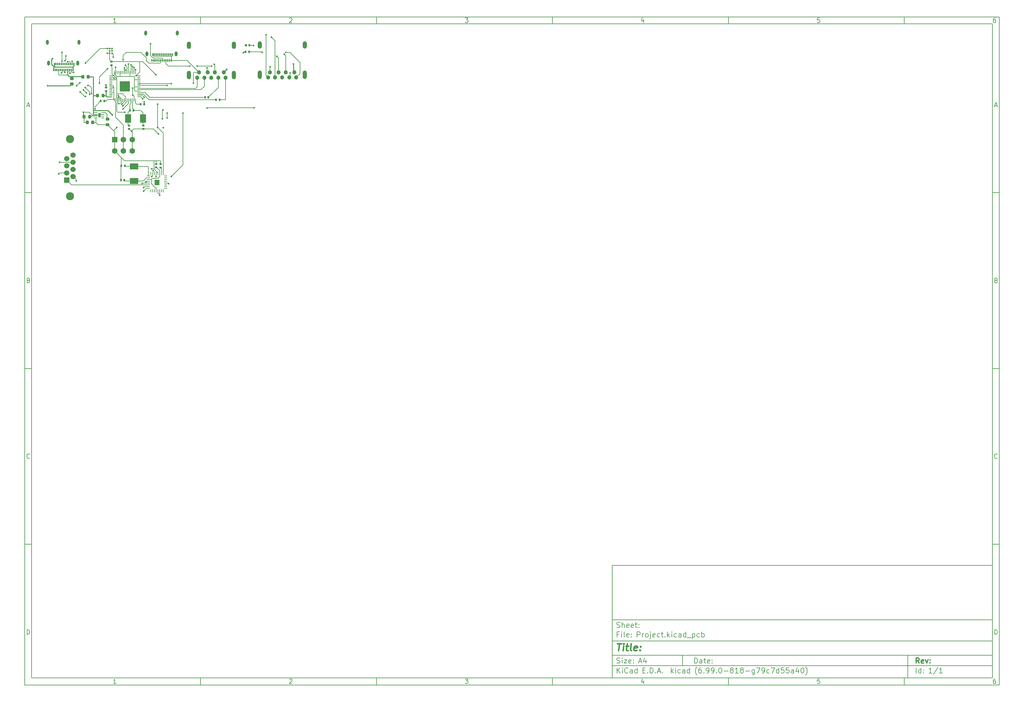
<source format=gtl>
%TF.GenerationSoftware,KiCad,Pcbnew,(6.99.0-818-g79c7d55a40)*%
%TF.CreationDate,2022-02-14T22:27:46+08:00*%
%TF.ProjectId,Project,50726f6a-6563-4742-9e6b-696361645f70,rev?*%
%TF.SameCoordinates,Original*%
%TF.FileFunction,Copper,L1,Top*%
%TF.FilePolarity,Positive*%
%FSLAX46Y46*%
G04 Gerber Fmt 4.6, Leading zero omitted, Abs format (unit mm)*
G04 Created by KiCad (PCBNEW (6.99.0-818-g79c7d55a40)) date 2022-02-14 22:27:46*
%MOMM*%
%LPD*%
G01*
G04 APERTURE LIST*
G04 Aperture macros list*
%AMRoundRect*
0 Rectangle with rounded corners*
0 $1 Rounding radius*
0 $2 $3 $4 $5 $6 $7 $8 $9 X,Y pos of 4 corners*
0 Add a 4 corners polygon primitive as box body*
4,1,4,$2,$3,$4,$5,$6,$7,$8,$9,$2,$3,0*
0 Add four circle primitives for the rounded corners*
1,1,$1+$1,$2,$3*
1,1,$1+$1,$4,$5*
1,1,$1+$1,$6,$7*
1,1,$1+$1,$8,$9*
0 Add four rect primitives between the rounded corners*
20,1,$1+$1,$2,$3,$4,$5,0*
20,1,$1+$1,$4,$5,$6,$7,0*
20,1,$1+$1,$6,$7,$8,$9,0*
20,1,$1+$1,$8,$9,$2,$3,0*%
G04 Aperture macros list end*
%ADD10C,0.100000*%
%ADD11C,0.150000*%
%ADD12C,0.300000*%
%ADD13C,0.400000*%
%TA.AperFunction,SMDPad,CuDef*%
%ADD14R,0.300000X0.700000*%
%TD*%
%TA.AperFunction,ComponentPad*%
%ADD15O,0.800000X1.400000*%
%TD*%
%TA.AperFunction,SMDPad,CuDef*%
%ADD16RoundRect,0.140000X-0.140000X-0.170000X0.140000X-0.170000X0.140000X0.170000X-0.140000X0.170000X0*%
%TD*%
%TA.AperFunction,SMDPad,CuDef*%
%ADD17C,0.500000*%
%TD*%
%TA.AperFunction,SMDPad,CuDef*%
%ADD18RoundRect,0.050000X0.350000X0.050000X-0.350000X0.050000X-0.350000X-0.050000X0.350000X-0.050000X0*%
%TD*%
%TA.AperFunction,SMDPad,CuDef*%
%ADD19RoundRect,0.050000X0.050000X0.350000X-0.050000X0.350000X-0.050000X-0.350000X0.050000X-0.350000X0*%
%TD*%
%TA.AperFunction,ComponentPad*%
%ADD20C,0.500000*%
%TD*%
%TA.AperFunction,SMDPad,CuDef*%
%ADD21R,2.975000X2.875000*%
%TD*%
%TA.AperFunction,SMDPad,CuDef*%
%ADD22R,2.400000X1.800000*%
%TD*%
%TA.AperFunction,SMDPad,CuDef*%
%ADD23RoundRect,0.140000X0.170000X-0.140000X0.170000X0.140000X-0.170000X0.140000X-0.170000X-0.140000X0*%
%TD*%
%TA.AperFunction,SMDPad,CuDef*%
%ADD24RoundRect,0.062500X-0.062500X0.375000X-0.062500X-0.375000X0.062500X-0.375000X0.062500X0.375000X0*%
%TD*%
%TA.AperFunction,SMDPad,CuDef*%
%ADD25RoundRect,0.062500X-0.375000X0.062500X-0.375000X-0.062500X0.375000X-0.062500X0.375000X0.062500X0*%
%TD*%
%TA.AperFunction,SMDPad,CuDef*%
%ADD26R,1.350000X1.500000*%
%TD*%
%TA.AperFunction,SMDPad,CuDef*%
%ADD27RoundRect,0.135000X0.185000X-0.135000X0.185000X0.135000X-0.185000X0.135000X-0.185000X-0.135000X0*%
%TD*%
%TA.AperFunction,SMDPad,CuDef*%
%ADD28RoundRect,0.135000X-0.135000X-0.185000X0.135000X-0.185000X0.135000X0.185000X-0.135000X0.185000X0*%
%TD*%
%TA.AperFunction,SMDPad,CuDef*%
%ADD29R,1.800000X2.400000*%
%TD*%
%TA.AperFunction,SMDPad,CuDef*%
%ADD30RoundRect,0.225000X-0.225000X-0.250000X0.225000X-0.250000X0.225000X0.250000X-0.225000X0.250000X0*%
%TD*%
%TA.AperFunction,SMDPad,CuDef*%
%ADD31RoundRect,0.218750X-0.256250X0.218750X-0.256250X-0.218750X0.256250X-0.218750X0.256250X0.218750X0*%
%TD*%
%TA.AperFunction,SMDPad,CuDef*%
%ADD32RoundRect,0.062500X-0.325000X-0.062500X0.325000X-0.062500X0.325000X0.062500X-0.325000X0.062500X0*%
%TD*%
%TA.AperFunction,SMDPad,CuDef*%
%ADD33R,0.800000X1.200000*%
%TD*%
%TA.AperFunction,ComponentPad*%
%ADD34R,1.600000X1.600000*%
%TD*%
%TA.AperFunction,ComponentPad*%
%ADD35C,1.600000*%
%TD*%
%TA.AperFunction,SMDPad,CuDef*%
%ADD36RoundRect,0.200000X-0.200000X-0.275000X0.200000X-0.275000X0.200000X0.275000X-0.200000X0.275000X0*%
%TD*%
%TA.AperFunction,SMDPad,CuDef*%
%ADD37RoundRect,0.218750X-0.218750X-0.256250X0.218750X-0.256250X0.218750X0.256250X-0.218750X0.256250X0*%
%TD*%
%TA.AperFunction,SMDPad,CuDef*%
%ADD38RoundRect,0.225000X0.250000X-0.225000X0.250000X0.225000X-0.250000X0.225000X-0.250000X-0.225000X0*%
%TD*%
%TA.AperFunction,ComponentPad*%
%ADD39C,1.200000*%
%TD*%
%TA.AperFunction,ComponentPad*%
%ADD40O,1.200000X2.400000*%
%TD*%
%TA.AperFunction,ComponentPad*%
%ADD41O,1.200000X2.100000*%
%TD*%
%TA.AperFunction,ComponentPad*%
%ADD42R,1.500000X1.500000*%
%TD*%
%TA.AperFunction,ComponentPad*%
%ADD43C,1.500000*%
%TD*%
%TA.AperFunction,ComponentPad*%
%ADD44C,2.300000*%
%TD*%
%TA.AperFunction,ViaPad*%
%ADD45C,0.500000*%
%TD*%
%TA.AperFunction,Conductor*%
%ADD46C,0.200000*%
%TD*%
%TA.AperFunction,Conductor*%
%ADD47C,0.250000*%
%TD*%
G04 APERTURE END LIST*
D10*
D11*
X177002200Y-166007200D02*
X177002200Y-198007200D01*
X285002200Y-198007200D01*
X285002200Y-166007200D01*
X177002200Y-166007200D01*
D10*
D11*
X10000000Y-10000000D02*
X10000000Y-200007200D01*
X287002200Y-200007200D01*
X287002200Y-10000000D01*
X10000000Y-10000000D01*
D10*
D11*
X12000000Y-12000000D02*
X12000000Y-198007200D01*
X285002200Y-198007200D01*
X285002200Y-12000000D01*
X12000000Y-12000000D01*
D10*
D11*
X60000000Y-12000000D02*
X60000000Y-10000000D01*
D10*
D11*
X110000000Y-12000000D02*
X110000000Y-10000000D01*
D10*
D11*
X160000000Y-12000000D02*
X160000000Y-10000000D01*
D10*
D11*
X210000000Y-12000000D02*
X210000000Y-10000000D01*
D10*
D11*
X260000000Y-12000000D02*
X260000000Y-10000000D01*
D10*
D11*
X35990476Y-11588095D02*
X35247619Y-11588095D01*
X35619047Y-11588095D02*
X35619047Y-10288095D01*
X35619047Y-10288095D02*
X35495238Y-10473809D01*
X35495238Y-10473809D02*
X35371428Y-10597619D01*
X35371428Y-10597619D02*
X35247619Y-10659523D01*
D10*
D11*
X85247619Y-10411904D02*
X85309523Y-10350000D01*
X85309523Y-10350000D02*
X85433333Y-10288095D01*
X85433333Y-10288095D02*
X85742857Y-10288095D01*
X85742857Y-10288095D02*
X85866666Y-10350000D01*
X85866666Y-10350000D02*
X85928571Y-10411904D01*
X85928571Y-10411904D02*
X85990476Y-10535714D01*
X85990476Y-10535714D02*
X85990476Y-10659523D01*
X85990476Y-10659523D02*
X85928571Y-10845238D01*
X85928571Y-10845238D02*
X85185714Y-11588095D01*
X85185714Y-11588095D02*
X85990476Y-11588095D01*
D10*
D11*
X135185714Y-10288095D02*
X135990476Y-10288095D01*
X135990476Y-10288095D02*
X135557142Y-10783333D01*
X135557142Y-10783333D02*
X135742857Y-10783333D01*
X135742857Y-10783333D02*
X135866666Y-10845238D01*
X135866666Y-10845238D02*
X135928571Y-10907142D01*
X135928571Y-10907142D02*
X135990476Y-11030952D01*
X135990476Y-11030952D02*
X135990476Y-11340476D01*
X135990476Y-11340476D02*
X135928571Y-11464285D01*
X135928571Y-11464285D02*
X135866666Y-11526190D01*
X135866666Y-11526190D02*
X135742857Y-11588095D01*
X135742857Y-11588095D02*
X135371428Y-11588095D01*
X135371428Y-11588095D02*
X135247619Y-11526190D01*
X135247619Y-11526190D02*
X135185714Y-11464285D01*
D10*
D11*
X185866666Y-10721428D02*
X185866666Y-11588095D01*
X185557142Y-10226190D02*
X185247619Y-11154761D01*
X185247619Y-11154761D02*
X186052380Y-11154761D01*
D10*
D11*
X235928571Y-10288095D02*
X235309523Y-10288095D01*
X235309523Y-10288095D02*
X235247619Y-10907142D01*
X235247619Y-10907142D02*
X235309523Y-10845238D01*
X235309523Y-10845238D02*
X235433333Y-10783333D01*
X235433333Y-10783333D02*
X235742857Y-10783333D01*
X235742857Y-10783333D02*
X235866666Y-10845238D01*
X235866666Y-10845238D02*
X235928571Y-10907142D01*
X235928571Y-10907142D02*
X235990476Y-11030952D01*
X235990476Y-11030952D02*
X235990476Y-11340476D01*
X235990476Y-11340476D02*
X235928571Y-11464285D01*
X235928571Y-11464285D02*
X235866666Y-11526190D01*
X235866666Y-11526190D02*
X235742857Y-11588095D01*
X235742857Y-11588095D02*
X235433333Y-11588095D01*
X235433333Y-11588095D02*
X235309523Y-11526190D01*
X235309523Y-11526190D02*
X235247619Y-11464285D01*
D10*
D11*
X285866666Y-10288095D02*
X285619047Y-10288095D01*
X285619047Y-10288095D02*
X285495238Y-10350000D01*
X285495238Y-10350000D02*
X285433333Y-10411904D01*
X285433333Y-10411904D02*
X285309523Y-10597619D01*
X285309523Y-10597619D02*
X285247619Y-10845238D01*
X285247619Y-10845238D02*
X285247619Y-11340476D01*
X285247619Y-11340476D02*
X285309523Y-11464285D01*
X285309523Y-11464285D02*
X285371428Y-11526190D01*
X285371428Y-11526190D02*
X285495238Y-11588095D01*
X285495238Y-11588095D02*
X285742857Y-11588095D01*
X285742857Y-11588095D02*
X285866666Y-11526190D01*
X285866666Y-11526190D02*
X285928571Y-11464285D01*
X285928571Y-11464285D02*
X285990476Y-11340476D01*
X285990476Y-11340476D02*
X285990476Y-11030952D01*
X285990476Y-11030952D02*
X285928571Y-10907142D01*
X285928571Y-10907142D02*
X285866666Y-10845238D01*
X285866666Y-10845238D02*
X285742857Y-10783333D01*
X285742857Y-10783333D02*
X285495238Y-10783333D01*
X285495238Y-10783333D02*
X285371428Y-10845238D01*
X285371428Y-10845238D02*
X285309523Y-10907142D01*
X285309523Y-10907142D02*
X285247619Y-11030952D01*
D10*
D11*
X60000000Y-198007200D02*
X60000000Y-200007200D01*
D10*
D11*
X110000000Y-198007200D02*
X110000000Y-200007200D01*
D10*
D11*
X160000000Y-198007200D02*
X160000000Y-200007200D01*
D10*
D11*
X210000000Y-198007200D02*
X210000000Y-200007200D01*
D10*
D11*
X260000000Y-198007200D02*
X260000000Y-200007200D01*
D10*
D11*
X35990476Y-199595295D02*
X35247619Y-199595295D01*
X35619047Y-199595295D02*
X35619047Y-198295295D01*
X35619047Y-198295295D02*
X35495238Y-198481009D01*
X35495238Y-198481009D02*
X35371428Y-198604819D01*
X35371428Y-198604819D02*
X35247619Y-198666723D01*
D10*
D11*
X85247619Y-198419104D02*
X85309523Y-198357200D01*
X85309523Y-198357200D02*
X85433333Y-198295295D01*
X85433333Y-198295295D02*
X85742857Y-198295295D01*
X85742857Y-198295295D02*
X85866666Y-198357200D01*
X85866666Y-198357200D02*
X85928571Y-198419104D01*
X85928571Y-198419104D02*
X85990476Y-198542914D01*
X85990476Y-198542914D02*
X85990476Y-198666723D01*
X85990476Y-198666723D02*
X85928571Y-198852438D01*
X85928571Y-198852438D02*
X85185714Y-199595295D01*
X85185714Y-199595295D02*
X85990476Y-199595295D01*
D10*
D11*
X135185714Y-198295295D02*
X135990476Y-198295295D01*
X135990476Y-198295295D02*
X135557142Y-198790533D01*
X135557142Y-198790533D02*
X135742857Y-198790533D01*
X135742857Y-198790533D02*
X135866666Y-198852438D01*
X135866666Y-198852438D02*
X135928571Y-198914342D01*
X135928571Y-198914342D02*
X135990476Y-199038152D01*
X135990476Y-199038152D02*
X135990476Y-199347676D01*
X135990476Y-199347676D02*
X135928571Y-199471485D01*
X135928571Y-199471485D02*
X135866666Y-199533390D01*
X135866666Y-199533390D02*
X135742857Y-199595295D01*
X135742857Y-199595295D02*
X135371428Y-199595295D01*
X135371428Y-199595295D02*
X135247619Y-199533390D01*
X135247619Y-199533390D02*
X135185714Y-199471485D01*
D10*
D11*
X185866666Y-198728628D02*
X185866666Y-199595295D01*
X185557142Y-198233390D02*
X185247619Y-199161961D01*
X185247619Y-199161961D02*
X186052380Y-199161961D01*
D10*
D11*
X235928571Y-198295295D02*
X235309523Y-198295295D01*
X235309523Y-198295295D02*
X235247619Y-198914342D01*
X235247619Y-198914342D02*
X235309523Y-198852438D01*
X235309523Y-198852438D02*
X235433333Y-198790533D01*
X235433333Y-198790533D02*
X235742857Y-198790533D01*
X235742857Y-198790533D02*
X235866666Y-198852438D01*
X235866666Y-198852438D02*
X235928571Y-198914342D01*
X235928571Y-198914342D02*
X235990476Y-199038152D01*
X235990476Y-199038152D02*
X235990476Y-199347676D01*
X235990476Y-199347676D02*
X235928571Y-199471485D01*
X235928571Y-199471485D02*
X235866666Y-199533390D01*
X235866666Y-199533390D02*
X235742857Y-199595295D01*
X235742857Y-199595295D02*
X235433333Y-199595295D01*
X235433333Y-199595295D02*
X235309523Y-199533390D01*
X235309523Y-199533390D02*
X235247619Y-199471485D01*
D10*
D11*
X285866666Y-198295295D02*
X285619047Y-198295295D01*
X285619047Y-198295295D02*
X285495238Y-198357200D01*
X285495238Y-198357200D02*
X285433333Y-198419104D01*
X285433333Y-198419104D02*
X285309523Y-198604819D01*
X285309523Y-198604819D02*
X285247619Y-198852438D01*
X285247619Y-198852438D02*
X285247619Y-199347676D01*
X285247619Y-199347676D02*
X285309523Y-199471485D01*
X285309523Y-199471485D02*
X285371428Y-199533390D01*
X285371428Y-199533390D02*
X285495238Y-199595295D01*
X285495238Y-199595295D02*
X285742857Y-199595295D01*
X285742857Y-199595295D02*
X285866666Y-199533390D01*
X285866666Y-199533390D02*
X285928571Y-199471485D01*
X285928571Y-199471485D02*
X285990476Y-199347676D01*
X285990476Y-199347676D02*
X285990476Y-199038152D01*
X285990476Y-199038152D02*
X285928571Y-198914342D01*
X285928571Y-198914342D02*
X285866666Y-198852438D01*
X285866666Y-198852438D02*
X285742857Y-198790533D01*
X285742857Y-198790533D02*
X285495238Y-198790533D01*
X285495238Y-198790533D02*
X285371428Y-198852438D01*
X285371428Y-198852438D02*
X285309523Y-198914342D01*
X285309523Y-198914342D02*
X285247619Y-199038152D01*
D10*
D11*
X10000000Y-60000000D02*
X12000000Y-60000000D01*
D10*
D11*
X10000000Y-110000000D02*
X12000000Y-110000000D01*
D10*
D11*
X10000000Y-160000000D02*
X12000000Y-160000000D01*
D10*
D11*
X10690476Y-35216666D02*
X11309523Y-35216666D01*
X10566666Y-35588095D02*
X10999999Y-34288095D01*
X10999999Y-34288095D02*
X11433333Y-35588095D01*
D10*
D11*
X11092857Y-84907142D02*
X11278571Y-84969047D01*
X11278571Y-84969047D02*
X11340476Y-85030952D01*
X11340476Y-85030952D02*
X11402380Y-85154761D01*
X11402380Y-85154761D02*
X11402380Y-85340476D01*
X11402380Y-85340476D02*
X11340476Y-85464285D01*
X11340476Y-85464285D02*
X11278571Y-85526190D01*
X11278571Y-85526190D02*
X11154761Y-85588095D01*
X11154761Y-85588095D02*
X10659523Y-85588095D01*
X10659523Y-85588095D02*
X10659523Y-84288095D01*
X10659523Y-84288095D02*
X11092857Y-84288095D01*
X11092857Y-84288095D02*
X11216666Y-84350000D01*
X11216666Y-84350000D02*
X11278571Y-84411904D01*
X11278571Y-84411904D02*
X11340476Y-84535714D01*
X11340476Y-84535714D02*
X11340476Y-84659523D01*
X11340476Y-84659523D02*
X11278571Y-84783333D01*
X11278571Y-84783333D02*
X11216666Y-84845238D01*
X11216666Y-84845238D02*
X11092857Y-84907142D01*
X11092857Y-84907142D02*
X10659523Y-84907142D01*
D10*
D11*
X11402380Y-135464285D02*
X11340476Y-135526190D01*
X11340476Y-135526190D02*
X11154761Y-135588095D01*
X11154761Y-135588095D02*
X11030952Y-135588095D01*
X11030952Y-135588095D02*
X10845238Y-135526190D01*
X10845238Y-135526190D02*
X10721428Y-135402380D01*
X10721428Y-135402380D02*
X10659523Y-135278571D01*
X10659523Y-135278571D02*
X10597619Y-135030952D01*
X10597619Y-135030952D02*
X10597619Y-134845238D01*
X10597619Y-134845238D02*
X10659523Y-134597619D01*
X10659523Y-134597619D02*
X10721428Y-134473809D01*
X10721428Y-134473809D02*
X10845238Y-134350000D01*
X10845238Y-134350000D02*
X11030952Y-134288095D01*
X11030952Y-134288095D02*
X11154761Y-134288095D01*
X11154761Y-134288095D02*
X11340476Y-134350000D01*
X11340476Y-134350000D02*
X11402380Y-134411904D01*
D10*
D11*
X10659523Y-185588095D02*
X10659523Y-184288095D01*
X10659523Y-184288095D02*
X10969047Y-184288095D01*
X10969047Y-184288095D02*
X11154761Y-184350000D01*
X11154761Y-184350000D02*
X11278571Y-184473809D01*
X11278571Y-184473809D02*
X11340476Y-184597619D01*
X11340476Y-184597619D02*
X11402380Y-184845238D01*
X11402380Y-184845238D02*
X11402380Y-185030952D01*
X11402380Y-185030952D02*
X11340476Y-185278571D01*
X11340476Y-185278571D02*
X11278571Y-185402380D01*
X11278571Y-185402380D02*
X11154761Y-185526190D01*
X11154761Y-185526190D02*
X10969047Y-185588095D01*
X10969047Y-185588095D02*
X10659523Y-185588095D01*
D10*
D11*
X287002200Y-60000000D02*
X285002200Y-60000000D01*
D10*
D11*
X287002200Y-110000000D02*
X285002200Y-110000000D01*
D10*
D11*
X287002200Y-160000000D02*
X285002200Y-160000000D01*
D10*
D11*
X285692676Y-35216666D02*
X286311723Y-35216666D01*
X285568866Y-35588095D02*
X286002199Y-34288095D01*
X286002199Y-34288095D02*
X286435533Y-35588095D01*
D10*
D11*
X286095057Y-84907142D02*
X286280771Y-84969047D01*
X286280771Y-84969047D02*
X286342676Y-85030952D01*
X286342676Y-85030952D02*
X286404580Y-85154761D01*
X286404580Y-85154761D02*
X286404580Y-85340476D01*
X286404580Y-85340476D02*
X286342676Y-85464285D01*
X286342676Y-85464285D02*
X286280771Y-85526190D01*
X286280771Y-85526190D02*
X286156961Y-85588095D01*
X286156961Y-85588095D02*
X285661723Y-85588095D01*
X285661723Y-85588095D02*
X285661723Y-84288095D01*
X285661723Y-84288095D02*
X286095057Y-84288095D01*
X286095057Y-84288095D02*
X286218866Y-84350000D01*
X286218866Y-84350000D02*
X286280771Y-84411904D01*
X286280771Y-84411904D02*
X286342676Y-84535714D01*
X286342676Y-84535714D02*
X286342676Y-84659523D01*
X286342676Y-84659523D02*
X286280771Y-84783333D01*
X286280771Y-84783333D02*
X286218866Y-84845238D01*
X286218866Y-84845238D02*
X286095057Y-84907142D01*
X286095057Y-84907142D02*
X285661723Y-84907142D01*
D10*
D11*
X286404580Y-135464285D02*
X286342676Y-135526190D01*
X286342676Y-135526190D02*
X286156961Y-135588095D01*
X286156961Y-135588095D02*
X286033152Y-135588095D01*
X286033152Y-135588095D02*
X285847438Y-135526190D01*
X285847438Y-135526190D02*
X285723628Y-135402380D01*
X285723628Y-135402380D02*
X285661723Y-135278571D01*
X285661723Y-135278571D02*
X285599819Y-135030952D01*
X285599819Y-135030952D02*
X285599819Y-134845238D01*
X285599819Y-134845238D02*
X285661723Y-134597619D01*
X285661723Y-134597619D02*
X285723628Y-134473809D01*
X285723628Y-134473809D02*
X285847438Y-134350000D01*
X285847438Y-134350000D02*
X286033152Y-134288095D01*
X286033152Y-134288095D02*
X286156961Y-134288095D01*
X286156961Y-134288095D02*
X286342676Y-134350000D01*
X286342676Y-134350000D02*
X286404580Y-134411904D01*
D10*
D11*
X285661723Y-185588095D02*
X285661723Y-184288095D01*
X285661723Y-184288095D02*
X285971247Y-184288095D01*
X285971247Y-184288095D02*
X286156961Y-184350000D01*
X286156961Y-184350000D02*
X286280771Y-184473809D01*
X286280771Y-184473809D02*
X286342676Y-184597619D01*
X286342676Y-184597619D02*
X286404580Y-184845238D01*
X286404580Y-184845238D02*
X286404580Y-185030952D01*
X286404580Y-185030952D02*
X286342676Y-185278571D01*
X286342676Y-185278571D02*
X286280771Y-185402380D01*
X286280771Y-185402380D02*
X286156961Y-185526190D01*
X286156961Y-185526190D02*
X285971247Y-185588095D01*
X285971247Y-185588095D02*
X285661723Y-185588095D01*
D10*
D11*
X200359342Y-193785771D02*
X200359342Y-192285771D01*
X200359342Y-192285771D02*
X200716485Y-192285771D01*
X200716485Y-192285771D02*
X200930771Y-192357200D01*
X200930771Y-192357200D02*
X201073628Y-192500057D01*
X201073628Y-192500057D02*
X201145057Y-192642914D01*
X201145057Y-192642914D02*
X201216485Y-192928628D01*
X201216485Y-192928628D02*
X201216485Y-193142914D01*
X201216485Y-193142914D02*
X201145057Y-193428628D01*
X201145057Y-193428628D02*
X201073628Y-193571485D01*
X201073628Y-193571485D02*
X200930771Y-193714342D01*
X200930771Y-193714342D02*
X200716485Y-193785771D01*
X200716485Y-193785771D02*
X200359342Y-193785771D01*
X202502200Y-193785771D02*
X202502200Y-193000057D01*
X202502200Y-193000057D02*
X202430771Y-192857200D01*
X202430771Y-192857200D02*
X202287914Y-192785771D01*
X202287914Y-192785771D02*
X202002200Y-192785771D01*
X202002200Y-192785771D02*
X201859342Y-192857200D01*
X202502200Y-193714342D02*
X202359342Y-193785771D01*
X202359342Y-193785771D02*
X202002200Y-193785771D01*
X202002200Y-193785771D02*
X201859342Y-193714342D01*
X201859342Y-193714342D02*
X201787914Y-193571485D01*
X201787914Y-193571485D02*
X201787914Y-193428628D01*
X201787914Y-193428628D02*
X201859342Y-193285771D01*
X201859342Y-193285771D02*
X202002200Y-193214342D01*
X202002200Y-193214342D02*
X202359342Y-193214342D01*
X202359342Y-193214342D02*
X202502200Y-193142914D01*
X203002200Y-192785771D02*
X203573628Y-192785771D01*
X203216485Y-192285771D02*
X203216485Y-193571485D01*
X203216485Y-193571485D02*
X203287914Y-193714342D01*
X203287914Y-193714342D02*
X203430771Y-193785771D01*
X203430771Y-193785771D02*
X203573628Y-193785771D01*
X204645057Y-193714342D02*
X204502200Y-193785771D01*
X204502200Y-193785771D02*
X204216486Y-193785771D01*
X204216486Y-193785771D02*
X204073628Y-193714342D01*
X204073628Y-193714342D02*
X204002200Y-193571485D01*
X204002200Y-193571485D02*
X204002200Y-193000057D01*
X204002200Y-193000057D02*
X204073628Y-192857200D01*
X204073628Y-192857200D02*
X204216486Y-192785771D01*
X204216486Y-192785771D02*
X204502200Y-192785771D01*
X204502200Y-192785771D02*
X204645057Y-192857200D01*
X204645057Y-192857200D02*
X204716486Y-193000057D01*
X204716486Y-193000057D02*
X204716486Y-193142914D01*
X204716486Y-193142914D02*
X204002200Y-193285771D01*
X205359342Y-193642914D02*
X205430771Y-193714342D01*
X205430771Y-193714342D02*
X205359342Y-193785771D01*
X205359342Y-193785771D02*
X205287914Y-193714342D01*
X205287914Y-193714342D02*
X205359342Y-193642914D01*
X205359342Y-193642914D02*
X205359342Y-193785771D01*
X205359342Y-192857200D02*
X205430771Y-192928628D01*
X205430771Y-192928628D02*
X205359342Y-193000057D01*
X205359342Y-193000057D02*
X205287914Y-192928628D01*
X205287914Y-192928628D02*
X205359342Y-192857200D01*
X205359342Y-192857200D02*
X205359342Y-193000057D01*
D10*
D11*
X177002200Y-194507200D02*
X285002200Y-194507200D01*
D10*
D11*
X178359342Y-196585771D02*
X178359342Y-195085771D01*
X179216485Y-196585771D02*
X178573628Y-195728628D01*
X179216485Y-195085771D02*
X178359342Y-195942914D01*
X179859342Y-196585771D02*
X179859342Y-195585771D01*
X179859342Y-195085771D02*
X179787914Y-195157200D01*
X179787914Y-195157200D02*
X179859342Y-195228628D01*
X179859342Y-195228628D02*
X179930771Y-195157200D01*
X179930771Y-195157200D02*
X179859342Y-195085771D01*
X179859342Y-195085771D02*
X179859342Y-195228628D01*
X181430771Y-196442914D02*
X181359343Y-196514342D01*
X181359343Y-196514342D02*
X181145057Y-196585771D01*
X181145057Y-196585771D02*
X181002200Y-196585771D01*
X181002200Y-196585771D02*
X180787914Y-196514342D01*
X180787914Y-196514342D02*
X180645057Y-196371485D01*
X180645057Y-196371485D02*
X180573628Y-196228628D01*
X180573628Y-196228628D02*
X180502200Y-195942914D01*
X180502200Y-195942914D02*
X180502200Y-195728628D01*
X180502200Y-195728628D02*
X180573628Y-195442914D01*
X180573628Y-195442914D02*
X180645057Y-195300057D01*
X180645057Y-195300057D02*
X180787914Y-195157200D01*
X180787914Y-195157200D02*
X181002200Y-195085771D01*
X181002200Y-195085771D02*
X181145057Y-195085771D01*
X181145057Y-195085771D02*
X181359343Y-195157200D01*
X181359343Y-195157200D02*
X181430771Y-195228628D01*
X182716486Y-196585771D02*
X182716486Y-195800057D01*
X182716486Y-195800057D02*
X182645057Y-195657200D01*
X182645057Y-195657200D02*
X182502200Y-195585771D01*
X182502200Y-195585771D02*
X182216486Y-195585771D01*
X182216486Y-195585771D02*
X182073628Y-195657200D01*
X182716486Y-196514342D02*
X182573628Y-196585771D01*
X182573628Y-196585771D02*
X182216486Y-196585771D01*
X182216486Y-196585771D02*
X182073628Y-196514342D01*
X182073628Y-196514342D02*
X182002200Y-196371485D01*
X182002200Y-196371485D02*
X182002200Y-196228628D01*
X182002200Y-196228628D02*
X182073628Y-196085771D01*
X182073628Y-196085771D02*
X182216486Y-196014342D01*
X182216486Y-196014342D02*
X182573628Y-196014342D01*
X182573628Y-196014342D02*
X182716486Y-195942914D01*
X184073629Y-196585771D02*
X184073629Y-195085771D01*
X184073629Y-196514342D02*
X183930771Y-196585771D01*
X183930771Y-196585771D02*
X183645057Y-196585771D01*
X183645057Y-196585771D02*
X183502200Y-196514342D01*
X183502200Y-196514342D02*
X183430771Y-196442914D01*
X183430771Y-196442914D02*
X183359343Y-196300057D01*
X183359343Y-196300057D02*
X183359343Y-195871485D01*
X183359343Y-195871485D02*
X183430771Y-195728628D01*
X183430771Y-195728628D02*
X183502200Y-195657200D01*
X183502200Y-195657200D02*
X183645057Y-195585771D01*
X183645057Y-195585771D02*
X183930771Y-195585771D01*
X183930771Y-195585771D02*
X184073629Y-195657200D01*
X185687914Y-195800057D02*
X186187914Y-195800057D01*
X186402200Y-196585771D02*
X185687914Y-196585771D01*
X185687914Y-196585771D02*
X185687914Y-195085771D01*
X185687914Y-195085771D02*
X186402200Y-195085771D01*
X187045057Y-196442914D02*
X187116486Y-196514342D01*
X187116486Y-196514342D02*
X187045057Y-196585771D01*
X187045057Y-196585771D02*
X186973629Y-196514342D01*
X186973629Y-196514342D02*
X187045057Y-196442914D01*
X187045057Y-196442914D02*
X187045057Y-196585771D01*
X187759343Y-196585771D02*
X187759343Y-195085771D01*
X187759343Y-195085771D02*
X188116486Y-195085771D01*
X188116486Y-195085771D02*
X188330772Y-195157200D01*
X188330772Y-195157200D02*
X188473629Y-195300057D01*
X188473629Y-195300057D02*
X188545058Y-195442914D01*
X188545058Y-195442914D02*
X188616486Y-195728628D01*
X188616486Y-195728628D02*
X188616486Y-195942914D01*
X188616486Y-195942914D02*
X188545058Y-196228628D01*
X188545058Y-196228628D02*
X188473629Y-196371485D01*
X188473629Y-196371485D02*
X188330772Y-196514342D01*
X188330772Y-196514342D02*
X188116486Y-196585771D01*
X188116486Y-196585771D02*
X187759343Y-196585771D01*
X189259343Y-196442914D02*
X189330772Y-196514342D01*
X189330772Y-196514342D02*
X189259343Y-196585771D01*
X189259343Y-196585771D02*
X189187915Y-196514342D01*
X189187915Y-196514342D02*
X189259343Y-196442914D01*
X189259343Y-196442914D02*
X189259343Y-196585771D01*
X189902201Y-196157200D02*
X190616487Y-196157200D01*
X189759344Y-196585771D02*
X190259344Y-195085771D01*
X190259344Y-195085771D02*
X190759344Y-196585771D01*
X191259343Y-196442914D02*
X191330772Y-196514342D01*
X191330772Y-196514342D02*
X191259343Y-196585771D01*
X191259343Y-196585771D02*
X191187915Y-196514342D01*
X191187915Y-196514342D02*
X191259343Y-196442914D01*
X191259343Y-196442914D02*
X191259343Y-196585771D01*
X193773629Y-196585771D02*
X193773629Y-195085771D01*
X193916487Y-196014342D02*
X194345058Y-196585771D01*
X194345058Y-195585771D02*
X193773629Y-196157200D01*
X194987915Y-196585771D02*
X194987915Y-195585771D01*
X194987915Y-195085771D02*
X194916487Y-195157200D01*
X194916487Y-195157200D02*
X194987915Y-195228628D01*
X194987915Y-195228628D02*
X195059344Y-195157200D01*
X195059344Y-195157200D02*
X194987915Y-195085771D01*
X194987915Y-195085771D02*
X194987915Y-195228628D01*
X196345059Y-196514342D02*
X196202201Y-196585771D01*
X196202201Y-196585771D02*
X195916487Y-196585771D01*
X195916487Y-196585771D02*
X195773630Y-196514342D01*
X195773630Y-196514342D02*
X195702201Y-196442914D01*
X195702201Y-196442914D02*
X195630773Y-196300057D01*
X195630773Y-196300057D02*
X195630773Y-195871485D01*
X195630773Y-195871485D02*
X195702201Y-195728628D01*
X195702201Y-195728628D02*
X195773630Y-195657200D01*
X195773630Y-195657200D02*
X195916487Y-195585771D01*
X195916487Y-195585771D02*
X196202201Y-195585771D01*
X196202201Y-195585771D02*
X196345059Y-195657200D01*
X197630773Y-196585771D02*
X197630773Y-195800057D01*
X197630773Y-195800057D02*
X197559344Y-195657200D01*
X197559344Y-195657200D02*
X197416487Y-195585771D01*
X197416487Y-195585771D02*
X197130773Y-195585771D01*
X197130773Y-195585771D02*
X196987915Y-195657200D01*
X197630773Y-196514342D02*
X197487915Y-196585771D01*
X197487915Y-196585771D02*
X197130773Y-196585771D01*
X197130773Y-196585771D02*
X196987915Y-196514342D01*
X196987915Y-196514342D02*
X196916487Y-196371485D01*
X196916487Y-196371485D02*
X196916487Y-196228628D01*
X196916487Y-196228628D02*
X196987915Y-196085771D01*
X196987915Y-196085771D02*
X197130773Y-196014342D01*
X197130773Y-196014342D02*
X197487915Y-196014342D01*
X197487915Y-196014342D02*
X197630773Y-195942914D01*
X198987916Y-196585771D02*
X198987916Y-195085771D01*
X198987916Y-196514342D02*
X198845058Y-196585771D01*
X198845058Y-196585771D02*
X198559344Y-196585771D01*
X198559344Y-196585771D02*
X198416487Y-196514342D01*
X198416487Y-196514342D02*
X198345058Y-196442914D01*
X198345058Y-196442914D02*
X198273630Y-196300057D01*
X198273630Y-196300057D02*
X198273630Y-195871485D01*
X198273630Y-195871485D02*
X198345058Y-195728628D01*
X198345058Y-195728628D02*
X198416487Y-195657200D01*
X198416487Y-195657200D02*
X198559344Y-195585771D01*
X198559344Y-195585771D02*
X198845058Y-195585771D01*
X198845058Y-195585771D02*
X198987916Y-195657200D01*
X201030773Y-197157200D02*
X200959344Y-197085771D01*
X200959344Y-197085771D02*
X200816487Y-196871485D01*
X200816487Y-196871485D02*
X200745059Y-196728628D01*
X200745059Y-196728628D02*
X200673630Y-196514342D01*
X200673630Y-196514342D02*
X200602201Y-196157200D01*
X200602201Y-196157200D02*
X200602201Y-195871485D01*
X200602201Y-195871485D02*
X200673630Y-195514342D01*
X200673630Y-195514342D02*
X200745059Y-195300057D01*
X200745059Y-195300057D02*
X200816487Y-195157200D01*
X200816487Y-195157200D02*
X200959344Y-194942914D01*
X200959344Y-194942914D02*
X201030773Y-194871485D01*
X202245059Y-195085771D02*
X201959344Y-195085771D01*
X201959344Y-195085771D02*
X201816487Y-195157200D01*
X201816487Y-195157200D02*
X201745059Y-195228628D01*
X201745059Y-195228628D02*
X201602201Y-195442914D01*
X201602201Y-195442914D02*
X201530773Y-195728628D01*
X201530773Y-195728628D02*
X201530773Y-196300057D01*
X201530773Y-196300057D02*
X201602201Y-196442914D01*
X201602201Y-196442914D02*
X201673630Y-196514342D01*
X201673630Y-196514342D02*
X201816487Y-196585771D01*
X201816487Y-196585771D02*
X202102201Y-196585771D01*
X202102201Y-196585771D02*
X202245059Y-196514342D01*
X202245059Y-196514342D02*
X202316487Y-196442914D01*
X202316487Y-196442914D02*
X202387916Y-196300057D01*
X202387916Y-196300057D02*
X202387916Y-195942914D01*
X202387916Y-195942914D02*
X202316487Y-195800057D01*
X202316487Y-195800057D02*
X202245059Y-195728628D01*
X202245059Y-195728628D02*
X202102201Y-195657200D01*
X202102201Y-195657200D02*
X201816487Y-195657200D01*
X201816487Y-195657200D02*
X201673630Y-195728628D01*
X201673630Y-195728628D02*
X201602201Y-195800057D01*
X201602201Y-195800057D02*
X201530773Y-195942914D01*
X203030772Y-196442914D02*
X203102201Y-196514342D01*
X203102201Y-196514342D02*
X203030772Y-196585771D01*
X203030772Y-196585771D02*
X202959344Y-196514342D01*
X202959344Y-196514342D02*
X203030772Y-196442914D01*
X203030772Y-196442914D02*
X203030772Y-196585771D01*
X203816487Y-196585771D02*
X204102201Y-196585771D01*
X204102201Y-196585771D02*
X204245058Y-196514342D01*
X204245058Y-196514342D02*
X204316487Y-196442914D01*
X204316487Y-196442914D02*
X204459344Y-196228628D01*
X204459344Y-196228628D02*
X204530773Y-195942914D01*
X204530773Y-195942914D02*
X204530773Y-195371485D01*
X204530773Y-195371485D02*
X204459344Y-195228628D01*
X204459344Y-195228628D02*
X204387916Y-195157200D01*
X204387916Y-195157200D02*
X204245058Y-195085771D01*
X204245058Y-195085771D02*
X203959344Y-195085771D01*
X203959344Y-195085771D02*
X203816487Y-195157200D01*
X203816487Y-195157200D02*
X203745058Y-195228628D01*
X203745058Y-195228628D02*
X203673630Y-195371485D01*
X203673630Y-195371485D02*
X203673630Y-195728628D01*
X203673630Y-195728628D02*
X203745058Y-195871485D01*
X203745058Y-195871485D02*
X203816487Y-195942914D01*
X203816487Y-195942914D02*
X203959344Y-196014342D01*
X203959344Y-196014342D02*
X204245058Y-196014342D01*
X204245058Y-196014342D02*
X204387916Y-195942914D01*
X204387916Y-195942914D02*
X204459344Y-195871485D01*
X204459344Y-195871485D02*
X204530773Y-195728628D01*
X205245058Y-196585771D02*
X205530772Y-196585771D01*
X205530772Y-196585771D02*
X205673629Y-196514342D01*
X205673629Y-196514342D02*
X205745058Y-196442914D01*
X205745058Y-196442914D02*
X205887915Y-196228628D01*
X205887915Y-196228628D02*
X205959344Y-195942914D01*
X205959344Y-195942914D02*
X205959344Y-195371485D01*
X205959344Y-195371485D02*
X205887915Y-195228628D01*
X205887915Y-195228628D02*
X205816487Y-195157200D01*
X205816487Y-195157200D02*
X205673629Y-195085771D01*
X205673629Y-195085771D02*
X205387915Y-195085771D01*
X205387915Y-195085771D02*
X205245058Y-195157200D01*
X205245058Y-195157200D02*
X205173629Y-195228628D01*
X205173629Y-195228628D02*
X205102201Y-195371485D01*
X205102201Y-195371485D02*
X205102201Y-195728628D01*
X205102201Y-195728628D02*
X205173629Y-195871485D01*
X205173629Y-195871485D02*
X205245058Y-195942914D01*
X205245058Y-195942914D02*
X205387915Y-196014342D01*
X205387915Y-196014342D02*
X205673629Y-196014342D01*
X205673629Y-196014342D02*
X205816487Y-195942914D01*
X205816487Y-195942914D02*
X205887915Y-195871485D01*
X205887915Y-195871485D02*
X205959344Y-195728628D01*
X206602200Y-196442914D02*
X206673629Y-196514342D01*
X206673629Y-196514342D02*
X206602200Y-196585771D01*
X206602200Y-196585771D02*
X206530772Y-196514342D01*
X206530772Y-196514342D02*
X206602200Y-196442914D01*
X206602200Y-196442914D02*
X206602200Y-196585771D01*
X207602201Y-195085771D02*
X207745058Y-195085771D01*
X207745058Y-195085771D02*
X207887915Y-195157200D01*
X207887915Y-195157200D02*
X207959344Y-195228628D01*
X207959344Y-195228628D02*
X208030772Y-195371485D01*
X208030772Y-195371485D02*
X208102201Y-195657200D01*
X208102201Y-195657200D02*
X208102201Y-196014342D01*
X208102201Y-196014342D02*
X208030772Y-196300057D01*
X208030772Y-196300057D02*
X207959344Y-196442914D01*
X207959344Y-196442914D02*
X207887915Y-196514342D01*
X207887915Y-196514342D02*
X207745058Y-196585771D01*
X207745058Y-196585771D02*
X207602201Y-196585771D01*
X207602201Y-196585771D02*
X207459344Y-196514342D01*
X207459344Y-196514342D02*
X207387915Y-196442914D01*
X207387915Y-196442914D02*
X207316486Y-196300057D01*
X207316486Y-196300057D02*
X207245058Y-196014342D01*
X207245058Y-196014342D02*
X207245058Y-195657200D01*
X207245058Y-195657200D02*
X207316486Y-195371485D01*
X207316486Y-195371485D02*
X207387915Y-195228628D01*
X207387915Y-195228628D02*
X207459344Y-195157200D01*
X207459344Y-195157200D02*
X207602201Y-195085771D01*
X208745057Y-196014342D02*
X209887915Y-196014342D01*
X210816486Y-195728628D02*
X210673629Y-195657200D01*
X210673629Y-195657200D02*
X210602200Y-195585771D01*
X210602200Y-195585771D02*
X210530772Y-195442914D01*
X210530772Y-195442914D02*
X210530772Y-195371485D01*
X210530772Y-195371485D02*
X210602200Y-195228628D01*
X210602200Y-195228628D02*
X210673629Y-195157200D01*
X210673629Y-195157200D02*
X210816486Y-195085771D01*
X210816486Y-195085771D02*
X211102200Y-195085771D01*
X211102200Y-195085771D02*
X211245058Y-195157200D01*
X211245058Y-195157200D02*
X211316486Y-195228628D01*
X211316486Y-195228628D02*
X211387915Y-195371485D01*
X211387915Y-195371485D02*
X211387915Y-195442914D01*
X211387915Y-195442914D02*
X211316486Y-195585771D01*
X211316486Y-195585771D02*
X211245058Y-195657200D01*
X211245058Y-195657200D02*
X211102200Y-195728628D01*
X211102200Y-195728628D02*
X210816486Y-195728628D01*
X210816486Y-195728628D02*
X210673629Y-195800057D01*
X210673629Y-195800057D02*
X210602200Y-195871485D01*
X210602200Y-195871485D02*
X210530772Y-196014342D01*
X210530772Y-196014342D02*
X210530772Y-196300057D01*
X210530772Y-196300057D02*
X210602200Y-196442914D01*
X210602200Y-196442914D02*
X210673629Y-196514342D01*
X210673629Y-196514342D02*
X210816486Y-196585771D01*
X210816486Y-196585771D02*
X211102200Y-196585771D01*
X211102200Y-196585771D02*
X211245058Y-196514342D01*
X211245058Y-196514342D02*
X211316486Y-196442914D01*
X211316486Y-196442914D02*
X211387915Y-196300057D01*
X211387915Y-196300057D02*
X211387915Y-196014342D01*
X211387915Y-196014342D02*
X211316486Y-195871485D01*
X211316486Y-195871485D02*
X211245058Y-195800057D01*
X211245058Y-195800057D02*
X211102200Y-195728628D01*
X212816486Y-196585771D02*
X211959343Y-196585771D01*
X212387914Y-196585771D02*
X212387914Y-195085771D01*
X212387914Y-195085771D02*
X212245057Y-195300057D01*
X212245057Y-195300057D02*
X212102200Y-195442914D01*
X212102200Y-195442914D02*
X211959343Y-195514342D01*
X213673628Y-195728628D02*
X213530771Y-195657200D01*
X213530771Y-195657200D02*
X213459342Y-195585771D01*
X213459342Y-195585771D02*
X213387914Y-195442914D01*
X213387914Y-195442914D02*
X213387914Y-195371485D01*
X213387914Y-195371485D02*
X213459342Y-195228628D01*
X213459342Y-195228628D02*
X213530771Y-195157200D01*
X213530771Y-195157200D02*
X213673628Y-195085771D01*
X213673628Y-195085771D02*
X213959342Y-195085771D01*
X213959342Y-195085771D02*
X214102200Y-195157200D01*
X214102200Y-195157200D02*
X214173628Y-195228628D01*
X214173628Y-195228628D02*
X214245057Y-195371485D01*
X214245057Y-195371485D02*
X214245057Y-195442914D01*
X214245057Y-195442914D02*
X214173628Y-195585771D01*
X214173628Y-195585771D02*
X214102200Y-195657200D01*
X214102200Y-195657200D02*
X213959342Y-195728628D01*
X213959342Y-195728628D02*
X213673628Y-195728628D01*
X213673628Y-195728628D02*
X213530771Y-195800057D01*
X213530771Y-195800057D02*
X213459342Y-195871485D01*
X213459342Y-195871485D02*
X213387914Y-196014342D01*
X213387914Y-196014342D02*
X213387914Y-196300057D01*
X213387914Y-196300057D02*
X213459342Y-196442914D01*
X213459342Y-196442914D02*
X213530771Y-196514342D01*
X213530771Y-196514342D02*
X213673628Y-196585771D01*
X213673628Y-196585771D02*
X213959342Y-196585771D01*
X213959342Y-196585771D02*
X214102200Y-196514342D01*
X214102200Y-196514342D02*
X214173628Y-196442914D01*
X214173628Y-196442914D02*
X214245057Y-196300057D01*
X214245057Y-196300057D02*
X214245057Y-196014342D01*
X214245057Y-196014342D02*
X214173628Y-195871485D01*
X214173628Y-195871485D02*
X214102200Y-195800057D01*
X214102200Y-195800057D02*
X213959342Y-195728628D01*
X214887913Y-196014342D02*
X216030771Y-196014342D01*
X217387914Y-195585771D02*
X217387914Y-196800057D01*
X217387914Y-196800057D02*
X217316485Y-196942914D01*
X217316485Y-196942914D02*
X217245056Y-197014342D01*
X217245056Y-197014342D02*
X217102199Y-197085771D01*
X217102199Y-197085771D02*
X216887914Y-197085771D01*
X216887914Y-197085771D02*
X216745056Y-197014342D01*
X217387914Y-196514342D02*
X217245056Y-196585771D01*
X217245056Y-196585771D02*
X216959342Y-196585771D01*
X216959342Y-196585771D02*
X216816485Y-196514342D01*
X216816485Y-196514342D02*
X216745056Y-196442914D01*
X216745056Y-196442914D02*
X216673628Y-196300057D01*
X216673628Y-196300057D02*
X216673628Y-195871485D01*
X216673628Y-195871485D02*
X216745056Y-195728628D01*
X216745056Y-195728628D02*
X216816485Y-195657200D01*
X216816485Y-195657200D02*
X216959342Y-195585771D01*
X216959342Y-195585771D02*
X217245056Y-195585771D01*
X217245056Y-195585771D02*
X217387914Y-195657200D01*
X217959342Y-195085771D02*
X218959342Y-195085771D01*
X218959342Y-195085771D02*
X218316485Y-196585771D01*
X219602199Y-196585771D02*
X219887913Y-196585771D01*
X219887913Y-196585771D02*
X220030770Y-196514342D01*
X220030770Y-196514342D02*
X220102199Y-196442914D01*
X220102199Y-196442914D02*
X220245056Y-196228628D01*
X220245056Y-196228628D02*
X220316485Y-195942914D01*
X220316485Y-195942914D02*
X220316485Y-195371485D01*
X220316485Y-195371485D02*
X220245056Y-195228628D01*
X220245056Y-195228628D02*
X220173628Y-195157200D01*
X220173628Y-195157200D02*
X220030770Y-195085771D01*
X220030770Y-195085771D02*
X219745056Y-195085771D01*
X219745056Y-195085771D02*
X219602199Y-195157200D01*
X219602199Y-195157200D02*
X219530770Y-195228628D01*
X219530770Y-195228628D02*
X219459342Y-195371485D01*
X219459342Y-195371485D02*
X219459342Y-195728628D01*
X219459342Y-195728628D02*
X219530770Y-195871485D01*
X219530770Y-195871485D02*
X219602199Y-195942914D01*
X219602199Y-195942914D02*
X219745056Y-196014342D01*
X219745056Y-196014342D02*
X220030770Y-196014342D01*
X220030770Y-196014342D02*
X220173628Y-195942914D01*
X220173628Y-195942914D02*
X220245056Y-195871485D01*
X220245056Y-195871485D02*
X220316485Y-195728628D01*
X221602199Y-196514342D02*
X221459341Y-196585771D01*
X221459341Y-196585771D02*
X221173627Y-196585771D01*
X221173627Y-196585771D02*
X221030770Y-196514342D01*
X221030770Y-196514342D02*
X220959341Y-196442914D01*
X220959341Y-196442914D02*
X220887913Y-196300057D01*
X220887913Y-196300057D02*
X220887913Y-195871485D01*
X220887913Y-195871485D02*
X220959341Y-195728628D01*
X220959341Y-195728628D02*
X221030770Y-195657200D01*
X221030770Y-195657200D02*
X221173627Y-195585771D01*
X221173627Y-195585771D02*
X221459341Y-195585771D01*
X221459341Y-195585771D02*
X221602199Y-195657200D01*
X222102198Y-195085771D02*
X223102198Y-195085771D01*
X223102198Y-195085771D02*
X222459341Y-196585771D01*
X224316484Y-196585771D02*
X224316484Y-195085771D01*
X224316484Y-196514342D02*
X224173626Y-196585771D01*
X224173626Y-196585771D02*
X223887912Y-196585771D01*
X223887912Y-196585771D02*
X223745055Y-196514342D01*
X223745055Y-196514342D02*
X223673626Y-196442914D01*
X223673626Y-196442914D02*
X223602198Y-196300057D01*
X223602198Y-196300057D02*
X223602198Y-195871485D01*
X223602198Y-195871485D02*
X223673626Y-195728628D01*
X223673626Y-195728628D02*
X223745055Y-195657200D01*
X223745055Y-195657200D02*
X223887912Y-195585771D01*
X223887912Y-195585771D02*
X224173626Y-195585771D01*
X224173626Y-195585771D02*
X224316484Y-195657200D01*
X225745055Y-195085771D02*
X225030769Y-195085771D01*
X225030769Y-195085771D02*
X224959341Y-195800057D01*
X224959341Y-195800057D02*
X225030769Y-195728628D01*
X225030769Y-195728628D02*
X225173627Y-195657200D01*
X225173627Y-195657200D02*
X225530769Y-195657200D01*
X225530769Y-195657200D02*
X225673627Y-195728628D01*
X225673627Y-195728628D02*
X225745055Y-195800057D01*
X225745055Y-195800057D02*
X225816484Y-195942914D01*
X225816484Y-195942914D02*
X225816484Y-196300057D01*
X225816484Y-196300057D02*
X225745055Y-196442914D01*
X225745055Y-196442914D02*
X225673627Y-196514342D01*
X225673627Y-196514342D02*
X225530769Y-196585771D01*
X225530769Y-196585771D02*
X225173627Y-196585771D01*
X225173627Y-196585771D02*
X225030769Y-196514342D01*
X225030769Y-196514342D02*
X224959341Y-196442914D01*
X227173626Y-195085771D02*
X226459340Y-195085771D01*
X226459340Y-195085771D02*
X226387912Y-195800057D01*
X226387912Y-195800057D02*
X226459340Y-195728628D01*
X226459340Y-195728628D02*
X226602198Y-195657200D01*
X226602198Y-195657200D02*
X226959340Y-195657200D01*
X226959340Y-195657200D02*
X227102198Y-195728628D01*
X227102198Y-195728628D02*
X227173626Y-195800057D01*
X227173626Y-195800057D02*
X227245055Y-195942914D01*
X227245055Y-195942914D02*
X227245055Y-196300057D01*
X227245055Y-196300057D02*
X227173626Y-196442914D01*
X227173626Y-196442914D02*
X227102198Y-196514342D01*
X227102198Y-196514342D02*
X226959340Y-196585771D01*
X226959340Y-196585771D02*
X226602198Y-196585771D01*
X226602198Y-196585771D02*
X226459340Y-196514342D01*
X226459340Y-196514342D02*
X226387912Y-196442914D01*
X228530769Y-196585771D02*
X228530769Y-195800057D01*
X228530769Y-195800057D02*
X228459340Y-195657200D01*
X228459340Y-195657200D02*
X228316483Y-195585771D01*
X228316483Y-195585771D02*
X228030769Y-195585771D01*
X228030769Y-195585771D02*
X227887911Y-195657200D01*
X228530769Y-196514342D02*
X228387911Y-196585771D01*
X228387911Y-196585771D02*
X228030769Y-196585771D01*
X228030769Y-196585771D02*
X227887911Y-196514342D01*
X227887911Y-196514342D02*
X227816483Y-196371485D01*
X227816483Y-196371485D02*
X227816483Y-196228628D01*
X227816483Y-196228628D02*
X227887911Y-196085771D01*
X227887911Y-196085771D02*
X228030769Y-196014342D01*
X228030769Y-196014342D02*
X228387911Y-196014342D01*
X228387911Y-196014342D02*
X228530769Y-195942914D01*
X229887912Y-195585771D02*
X229887912Y-196585771D01*
X229530769Y-195014342D02*
X229173626Y-196085771D01*
X229173626Y-196085771D02*
X230102197Y-196085771D01*
X230959340Y-195085771D02*
X231102197Y-195085771D01*
X231102197Y-195085771D02*
X231245054Y-195157200D01*
X231245054Y-195157200D02*
X231316483Y-195228628D01*
X231316483Y-195228628D02*
X231387911Y-195371485D01*
X231387911Y-195371485D02*
X231459340Y-195657200D01*
X231459340Y-195657200D02*
X231459340Y-196014342D01*
X231459340Y-196014342D02*
X231387911Y-196300057D01*
X231387911Y-196300057D02*
X231316483Y-196442914D01*
X231316483Y-196442914D02*
X231245054Y-196514342D01*
X231245054Y-196514342D02*
X231102197Y-196585771D01*
X231102197Y-196585771D02*
X230959340Y-196585771D01*
X230959340Y-196585771D02*
X230816483Y-196514342D01*
X230816483Y-196514342D02*
X230745054Y-196442914D01*
X230745054Y-196442914D02*
X230673625Y-196300057D01*
X230673625Y-196300057D02*
X230602197Y-196014342D01*
X230602197Y-196014342D02*
X230602197Y-195657200D01*
X230602197Y-195657200D02*
X230673625Y-195371485D01*
X230673625Y-195371485D02*
X230745054Y-195228628D01*
X230745054Y-195228628D02*
X230816483Y-195157200D01*
X230816483Y-195157200D02*
X230959340Y-195085771D01*
X231959339Y-197157200D02*
X232030768Y-197085771D01*
X232030768Y-197085771D02*
X232173625Y-196871485D01*
X232173625Y-196871485D02*
X232245054Y-196728628D01*
X232245054Y-196728628D02*
X232316482Y-196514342D01*
X232316482Y-196514342D02*
X232387911Y-196157200D01*
X232387911Y-196157200D02*
X232387911Y-195871485D01*
X232387911Y-195871485D02*
X232316482Y-195514342D01*
X232316482Y-195514342D02*
X232245054Y-195300057D01*
X232245054Y-195300057D02*
X232173625Y-195157200D01*
X232173625Y-195157200D02*
X232030768Y-194942914D01*
X232030768Y-194942914D02*
X231959339Y-194871485D01*
D10*
D11*
X177002200Y-191507200D02*
X285002200Y-191507200D01*
D10*
D12*
X264216485Y-193785771D02*
X263716485Y-193071485D01*
X263359342Y-193785771D02*
X263359342Y-192285771D01*
X263359342Y-192285771D02*
X263930771Y-192285771D01*
X263930771Y-192285771D02*
X264073628Y-192357200D01*
X264073628Y-192357200D02*
X264145057Y-192428628D01*
X264145057Y-192428628D02*
X264216485Y-192571485D01*
X264216485Y-192571485D02*
X264216485Y-192785771D01*
X264216485Y-192785771D02*
X264145057Y-192928628D01*
X264145057Y-192928628D02*
X264073628Y-193000057D01*
X264073628Y-193000057D02*
X263930771Y-193071485D01*
X263930771Y-193071485D02*
X263359342Y-193071485D01*
X265430771Y-193714342D02*
X265287914Y-193785771D01*
X265287914Y-193785771D02*
X265002200Y-193785771D01*
X265002200Y-193785771D02*
X264859342Y-193714342D01*
X264859342Y-193714342D02*
X264787914Y-193571485D01*
X264787914Y-193571485D02*
X264787914Y-193000057D01*
X264787914Y-193000057D02*
X264859342Y-192857200D01*
X264859342Y-192857200D02*
X265002200Y-192785771D01*
X265002200Y-192785771D02*
X265287914Y-192785771D01*
X265287914Y-192785771D02*
X265430771Y-192857200D01*
X265430771Y-192857200D02*
X265502200Y-193000057D01*
X265502200Y-193000057D02*
X265502200Y-193142914D01*
X265502200Y-193142914D02*
X264787914Y-193285771D01*
X266002199Y-192785771D02*
X266359342Y-193785771D01*
X266359342Y-193785771D02*
X266716485Y-192785771D01*
X267287913Y-193642914D02*
X267359342Y-193714342D01*
X267359342Y-193714342D02*
X267287913Y-193785771D01*
X267287913Y-193785771D02*
X267216485Y-193714342D01*
X267216485Y-193714342D02*
X267287913Y-193642914D01*
X267287913Y-193642914D02*
X267287913Y-193785771D01*
X267287913Y-192857200D02*
X267359342Y-192928628D01*
X267359342Y-192928628D02*
X267287913Y-193000057D01*
X267287913Y-193000057D02*
X267216485Y-192928628D01*
X267216485Y-192928628D02*
X267287913Y-192857200D01*
X267287913Y-192857200D02*
X267287913Y-193000057D01*
D10*
D11*
X178287914Y-193714342D02*
X178502200Y-193785771D01*
X178502200Y-193785771D02*
X178859342Y-193785771D01*
X178859342Y-193785771D02*
X179002200Y-193714342D01*
X179002200Y-193714342D02*
X179073628Y-193642914D01*
X179073628Y-193642914D02*
X179145057Y-193500057D01*
X179145057Y-193500057D02*
X179145057Y-193357200D01*
X179145057Y-193357200D02*
X179073628Y-193214342D01*
X179073628Y-193214342D02*
X179002200Y-193142914D01*
X179002200Y-193142914D02*
X178859342Y-193071485D01*
X178859342Y-193071485D02*
X178573628Y-193000057D01*
X178573628Y-193000057D02*
X178430771Y-192928628D01*
X178430771Y-192928628D02*
X178359342Y-192857200D01*
X178359342Y-192857200D02*
X178287914Y-192714342D01*
X178287914Y-192714342D02*
X178287914Y-192571485D01*
X178287914Y-192571485D02*
X178359342Y-192428628D01*
X178359342Y-192428628D02*
X178430771Y-192357200D01*
X178430771Y-192357200D02*
X178573628Y-192285771D01*
X178573628Y-192285771D02*
X178930771Y-192285771D01*
X178930771Y-192285771D02*
X179145057Y-192357200D01*
X179787913Y-193785771D02*
X179787913Y-192785771D01*
X179787913Y-192285771D02*
X179716485Y-192357200D01*
X179716485Y-192357200D02*
X179787913Y-192428628D01*
X179787913Y-192428628D02*
X179859342Y-192357200D01*
X179859342Y-192357200D02*
X179787913Y-192285771D01*
X179787913Y-192285771D02*
X179787913Y-192428628D01*
X180359342Y-192785771D02*
X181145057Y-192785771D01*
X181145057Y-192785771D02*
X180359342Y-193785771D01*
X180359342Y-193785771D02*
X181145057Y-193785771D01*
X182287914Y-193714342D02*
X182145057Y-193785771D01*
X182145057Y-193785771D02*
X181859343Y-193785771D01*
X181859343Y-193785771D02*
X181716485Y-193714342D01*
X181716485Y-193714342D02*
X181645057Y-193571485D01*
X181645057Y-193571485D02*
X181645057Y-193000057D01*
X181645057Y-193000057D02*
X181716485Y-192857200D01*
X181716485Y-192857200D02*
X181859343Y-192785771D01*
X181859343Y-192785771D02*
X182145057Y-192785771D01*
X182145057Y-192785771D02*
X182287914Y-192857200D01*
X182287914Y-192857200D02*
X182359343Y-193000057D01*
X182359343Y-193000057D02*
X182359343Y-193142914D01*
X182359343Y-193142914D02*
X181645057Y-193285771D01*
X183002199Y-193642914D02*
X183073628Y-193714342D01*
X183073628Y-193714342D02*
X183002199Y-193785771D01*
X183002199Y-193785771D02*
X182930771Y-193714342D01*
X182930771Y-193714342D02*
X183002199Y-193642914D01*
X183002199Y-193642914D02*
X183002199Y-193785771D01*
X183002199Y-192857200D02*
X183073628Y-192928628D01*
X183073628Y-192928628D02*
X183002199Y-193000057D01*
X183002199Y-193000057D02*
X182930771Y-192928628D01*
X182930771Y-192928628D02*
X183002199Y-192857200D01*
X183002199Y-192857200D02*
X183002199Y-193000057D01*
X184545057Y-193357200D02*
X185259343Y-193357200D01*
X184402200Y-193785771D02*
X184902200Y-192285771D01*
X184902200Y-192285771D02*
X185402200Y-193785771D01*
X186545057Y-192785771D02*
X186545057Y-193785771D01*
X186187914Y-192214342D02*
X185830771Y-193285771D01*
X185830771Y-193285771D02*
X186759342Y-193285771D01*
D10*
D11*
X263359342Y-196585771D02*
X263359342Y-195085771D01*
X264716486Y-196585771D02*
X264716486Y-195085771D01*
X264716486Y-196514342D02*
X264573628Y-196585771D01*
X264573628Y-196585771D02*
X264287914Y-196585771D01*
X264287914Y-196585771D02*
X264145057Y-196514342D01*
X264145057Y-196514342D02*
X264073628Y-196442914D01*
X264073628Y-196442914D02*
X264002200Y-196300057D01*
X264002200Y-196300057D02*
X264002200Y-195871485D01*
X264002200Y-195871485D02*
X264073628Y-195728628D01*
X264073628Y-195728628D02*
X264145057Y-195657200D01*
X264145057Y-195657200D02*
X264287914Y-195585771D01*
X264287914Y-195585771D02*
X264573628Y-195585771D01*
X264573628Y-195585771D02*
X264716486Y-195657200D01*
X265430771Y-196442914D02*
X265502200Y-196514342D01*
X265502200Y-196514342D02*
X265430771Y-196585771D01*
X265430771Y-196585771D02*
X265359343Y-196514342D01*
X265359343Y-196514342D02*
X265430771Y-196442914D01*
X265430771Y-196442914D02*
X265430771Y-196585771D01*
X265430771Y-195657200D02*
X265502200Y-195728628D01*
X265502200Y-195728628D02*
X265430771Y-195800057D01*
X265430771Y-195800057D02*
X265359343Y-195728628D01*
X265359343Y-195728628D02*
X265430771Y-195657200D01*
X265430771Y-195657200D02*
X265430771Y-195800057D01*
X267830772Y-196585771D02*
X266973629Y-196585771D01*
X267402200Y-196585771D02*
X267402200Y-195085771D01*
X267402200Y-195085771D02*
X267259343Y-195300057D01*
X267259343Y-195300057D02*
X267116486Y-195442914D01*
X267116486Y-195442914D02*
X266973629Y-195514342D01*
X269545057Y-195014342D02*
X268259343Y-196942914D01*
X270830772Y-196585771D02*
X269973629Y-196585771D01*
X270402200Y-196585771D02*
X270402200Y-195085771D01*
X270402200Y-195085771D02*
X270259343Y-195300057D01*
X270259343Y-195300057D02*
X270116486Y-195442914D01*
X270116486Y-195442914D02*
X269973629Y-195514342D01*
D10*
D11*
X177002200Y-187507200D02*
X285002200Y-187507200D01*
D10*
D13*
X178454580Y-188211961D02*
X179597438Y-188211961D01*
X178776009Y-190211961D02*
X179026009Y-188211961D01*
X180014105Y-190211961D02*
X180180771Y-188878628D01*
X180264105Y-188211961D02*
X180156962Y-188307200D01*
X180156962Y-188307200D02*
X180240295Y-188402438D01*
X180240295Y-188402438D02*
X180347438Y-188307200D01*
X180347438Y-188307200D02*
X180264105Y-188211961D01*
X180264105Y-188211961D02*
X180240295Y-188402438D01*
X180847438Y-188878628D02*
X181609343Y-188878628D01*
X181216486Y-188211961D02*
X181002200Y-189926247D01*
X181002200Y-189926247D02*
X181073629Y-190116723D01*
X181073629Y-190116723D02*
X181252200Y-190211961D01*
X181252200Y-190211961D02*
X181442676Y-190211961D01*
X182395057Y-190211961D02*
X182216486Y-190116723D01*
X182216486Y-190116723D02*
X182145057Y-189926247D01*
X182145057Y-189926247D02*
X182359343Y-188211961D01*
X183930771Y-190116723D02*
X183728390Y-190211961D01*
X183728390Y-190211961D02*
X183347438Y-190211961D01*
X183347438Y-190211961D02*
X183168867Y-190116723D01*
X183168867Y-190116723D02*
X183097438Y-189926247D01*
X183097438Y-189926247D02*
X183192676Y-189164342D01*
X183192676Y-189164342D02*
X183311724Y-188973866D01*
X183311724Y-188973866D02*
X183514105Y-188878628D01*
X183514105Y-188878628D02*
X183895057Y-188878628D01*
X183895057Y-188878628D02*
X184073628Y-188973866D01*
X184073628Y-188973866D02*
X184145057Y-189164342D01*
X184145057Y-189164342D02*
X184121247Y-189354819D01*
X184121247Y-189354819D02*
X183145057Y-189545295D01*
X184895057Y-190021485D02*
X184978391Y-190116723D01*
X184978391Y-190116723D02*
X184871248Y-190211961D01*
X184871248Y-190211961D02*
X184787914Y-190116723D01*
X184787914Y-190116723D02*
X184895057Y-190021485D01*
X184895057Y-190021485D02*
X184871248Y-190211961D01*
X185026010Y-188973866D02*
X185109343Y-189069104D01*
X185109343Y-189069104D02*
X185002200Y-189164342D01*
X185002200Y-189164342D02*
X184918867Y-189069104D01*
X184918867Y-189069104D02*
X185026010Y-188973866D01*
X185026010Y-188973866D02*
X185002200Y-189164342D01*
D10*
D11*
X178859342Y-185600057D02*
X178359342Y-185600057D01*
X178359342Y-186385771D02*
X178359342Y-184885771D01*
X178359342Y-184885771D02*
X179073628Y-184885771D01*
X179645056Y-186385771D02*
X179645056Y-185385771D01*
X179645056Y-184885771D02*
X179573628Y-184957200D01*
X179573628Y-184957200D02*
X179645056Y-185028628D01*
X179645056Y-185028628D02*
X179716485Y-184957200D01*
X179716485Y-184957200D02*
X179645056Y-184885771D01*
X179645056Y-184885771D02*
X179645056Y-185028628D01*
X180573628Y-186385771D02*
X180430771Y-186314342D01*
X180430771Y-186314342D02*
X180359342Y-186171485D01*
X180359342Y-186171485D02*
X180359342Y-184885771D01*
X181716485Y-186314342D02*
X181573628Y-186385771D01*
X181573628Y-186385771D02*
X181287914Y-186385771D01*
X181287914Y-186385771D02*
X181145056Y-186314342D01*
X181145056Y-186314342D02*
X181073628Y-186171485D01*
X181073628Y-186171485D02*
X181073628Y-185600057D01*
X181073628Y-185600057D02*
X181145056Y-185457200D01*
X181145056Y-185457200D02*
X181287914Y-185385771D01*
X181287914Y-185385771D02*
X181573628Y-185385771D01*
X181573628Y-185385771D02*
X181716485Y-185457200D01*
X181716485Y-185457200D02*
X181787914Y-185600057D01*
X181787914Y-185600057D02*
X181787914Y-185742914D01*
X181787914Y-185742914D02*
X181073628Y-185885771D01*
X182430770Y-186242914D02*
X182502199Y-186314342D01*
X182502199Y-186314342D02*
X182430770Y-186385771D01*
X182430770Y-186385771D02*
X182359342Y-186314342D01*
X182359342Y-186314342D02*
X182430770Y-186242914D01*
X182430770Y-186242914D02*
X182430770Y-186385771D01*
X182430770Y-185457200D02*
X182502199Y-185528628D01*
X182502199Y-185528628D02*
X182430770Y-185600057D01*
X182430770Y-185600057D02*
X182359342Y-185528628D01*
X182359342Y-185528628D02*
X182430770Y-185457200D01*
X182430770Y-185457200D02*
X182430770Y-185600057D01*
X184045056Y-186385771D02*
X184045056Y-184885771D01*
X184045056Y-184885771D02*
X184616485Y-184885771D01*
X184616485Y-184885771D02*
X184759342Y-184957200D01*
X184759342Y-184957200D02*
X184830771Y-185028628D01*
X184830771Y-185028628D02*
X184902199Y-185171485D01*
X184902199Y-185171485D02*
X184902199Y-185385771D01*
X184902199Y-185385771D02*
X184830771Y-185528628D01*
X184830771Y-185528628D02*
X184759342Y-185600057D01*
X184759342Y-185600057D02*
X184616485Y-185671485D01*
X184616485Y-185671485D02*
X184045056Y-185671485D01*
X185545056Y-186385771D02*
X185545056Y-185385771D01*
X185545056Y-185671485D02*
X185616485Y-185528628D01*
X185616485Y-185528628D02*
X185687914Y-185457200D01*
X185687914Y-185457200D02*
X185830771Y-185385771D01*
X185830771Y-185385771D02*
X185973628Y-185385771D01*
X186687913Y-186385771D02*
X186545056Y-186314342D01*
X186545056Y-186314342D02*
X186473627Y-186242914D01*
X186473627Y-186242914D02*
X186402199Y-186100057D01*
X186402199Y-186100057D02*
X186402199Y-185671485D01*
X186402199Y-185671485D02*
X186473627Y-185528628D01*
X186473627Y-185528628D02*
X186545056Y-185457200D01*
X186545056Y-185457200D02*
X186687913Y-185385771D01*
X186687913Y-185385771D02*
X186902199Y-185385771D01*
X186902199Y-185385771D02*
X187045056Y-185457200D01*
X187045056Y-185457200D02*
X187116485Y-185528628D01*
X187116485Y-185528628D02*
X187187913Y-185671485D01*
X187187913Y-185671485D02*
X187187913Y-186100057D01*
X187187913Y-186100057D02*
X187116485Y-186242914D01*
X187116485Y-186242914D02*
X187045056Y-186314342D01*
X187045056Y-186314342D02*
X186902199Y-186385771D01*
X186902199Y-186385771D02*
X186687913Y-186385771D01*
X187830770Y-185385771D02*
X187830770Y-186671485D01*
X187830770Y-186671485D02*
X187759342Y-186814342D01*
X187759342Y-186814342D02*
X187616485Y-186885771D01*
X187616485Y-186885771D02*
X187545056Y-186885771D01*
X187830770Y-184885771D02*
X187759342Y-184957200D01*
X187759342Y-184957200D02*
X187830770Y-185028628D01*
X187830770Y-185028628D02*
X187902199Y-184957200D01*
X187902199Y-184957200D02*
X187830770Y-184885771D01*
X187830770Y-184885771D02*
X187830770Y-185028628D01*
X189116485Y-186314342D02*
X188973628Y-186385771D01*
X188973628Y-186385771D02*
X188687914Y-186385771D01*
X188687914Y-186385771D02*
X188545056Y-186314342D01*
X188545056Y-186314342D02*
X188473628Y-186171485D01*
X188473628Y-186171485D02*
X188473628Y-185600057D01*
X188473628Y-185600057D02*
X188545056Y-185457200D01*
X188545056Y-185457200D02*
X188687914Y-185385771D01*
X188687914Y-185385771D02*
X188973628Y-185385771D01*
X188973628Y-185385771D02*
X189116485Y-185457200D01*
X189116485Y-185457200D02*
X189187914Y-185600057D01*
X189187914Y-185600057D02*
X189187914Y-185742914D01*
X189187914Y-185742914D02*
X188473628Y-185885771D01*
X190473628Y-186314342D02*
X190330770Y-186385771D01*
X190330770Y-186385771D02*
X190045056Y-186385771D01*
X190045056Y-186385771D02*
X189902199Y-186314342D01*
X189902199Y-186314342D02*
X189830770Y-186242914D01*
X189830770Y-186242914D02*
X189759342Y-186100057D01*
X189759342Y-186100057D02*
X189759342Y-185671485D01*
X189759342Y-185671485D02*
X189830770Y-185528628D01*
X189830770Y-185528628D02*
X189902199Y-185457200D01*
X189902199Y-185457200D02*
X190045056Y-185385771D01*
X190045056Y-185385771D02*
X190330770Y-185385771D01*
X190330770Y-185385771D02*
X190473628Y-185457200D01*
X190902199Y-185385771D02*
X191473627Y-185385771D01*
X191116484Y-184885771D02*
X191116484Y-186171485D01*
X191116484Y-186171485D02*
X191187913Y-186314342D01*
X191187913Y-186314342D02*
X191330770Y-186385771D01*
X191330770Y-186385771D02*
X191473627Y-186385771D01*
X191973627Y-186242914D02*
X192045056Y-186314342D01*
X192045056Y-186314342D02*
X191973627Y-186385771D01*
X191973627Y-186385771D02*
X191902199Y-186314342D01*
X191902199Y-186314342D02*
X191973627Y-186242914D01*
X191973627Y-186242914D02*
X191973627Y-186385771D01*
X192687913Y-186385771D02*
X192687913Y-184885771D01*
X192830771Y-185814342D02*
X193259342Y-186385771D01*
X193259342Y-185385771D02*
X192687913Y-185957200D01*
X193902199Y-186385771D02*
X193902199Y-185385771D01*
X193902199Y-184885771D02*
X193830771Y-184957200D01*
X193830771Y-184957200D02*
X193902199Y-185028628D01*
X193902199Y-185028628D02*
X193973628Y-184957200D01*
X193973628Y-184957200D02*
X193902199Y-184885771D01*
X193902199Y-184885771D02*
X193902199Y-185028628D01*
X195259343Y-186314342D02*
X195116485Y-186385771D01*
X195116485Y-186385771D02*
X194830771Y-186385771D01*
X194830771Y-186385771D02*
X194687914Y-186314342D01*
X194687914Y-186314342D02*
X194616485Y-186242914D01*
X194616485Y-186242914D02*
X194545057Y-186100057D01*
X194545057Y-186100057D02*
X194545057Y-185671485D01*
X194545057Y-185671485D02*
X194616485Y-185528628D01*
X194616485Y-185528628D02*
X194687914Y-185457200D01*
X194687914Y-185457200D02*
X194830771Y-185385771D01*
X194830771Y-185385771D02*
X195116485Y-185385771D01*
X195116485Y-185385771D02*
X195259343Y-185457200D01*
X196545057Y-186385771D02*
X196545057Y-185600057D01*
X196545057Y-185600057D02*
X196473628Y-185457200D01*
X196473628Y-185457200D02*
X196330771Y-185385771D01*
X196330771Y-185385771D02*
X196045057Y-185385771D01*
X196045057Y-185385771D02*
X195902199Y-185457200D01*
X196545057Y-186314342D02*
X196402199Y-186385771D01*
X196402199Y-186385771D02*
X196045057Y-186385771D01*
X196045057Y-186385771D02*
X195902199Y-186314342D01*
X195902199Y-186314342D02*
X195830771Y-186171485D01*
X195830771Y-186171485D02*
X195830771Y-186028628D01*
X195830771Y-186028628D02*
X195902199Y-185885771D01*
X195902199Y-185885771D02*
X196045057Y-185814342D01*
X196045057Y-185814342D02*
X196402199Y-185814342D01*
X196402199Y-185814342D02*
X196545057Y-185742914D01*
X197902200Y-186385771D02*
X197902200Y-184885771D01*
X197902200Y-186314342D02*
X197759342Y-186385771D01*
X197759342Y-186385771D02*
X197473628Y-186385771D01*
X197473628Y-186385771D02*
X197330771Y-186314342D01*
X197330771Y-186314342D02*
X197259342Y-186242914D01*
X197259342Y-186242914D02*
X197187914Y-186100057D01*
X197187914Y-186100057D02*
X197187914Y-185671485D01*
X197187914Y-185671485D02*
X197259342Y-185528628D01*
X197259342Y-185528628D02*
X197330771Y-185457200D01*
X197330771Y-185457200D02*
X197473628Y-185385771D01*
X197473628Y-185385771D02*
X197759342Y-185385771D01*
X197759342Y-185385771D02*
X197902200Y-185457200D01*
X198259343Y-186528628D02*
X199402200Y-186528628D01*
X199759342Y-185385771D02*
X199759342Y-186885771D01*
X199759342Y-185457200D02*
X199902200Y-185385771D01*
X199902200Y-185385771D02*
X200187914Y-185385771D01*
X200187914Y-185385771D02*
X200330771Y-185457200D01*
X200330771Y-185457200D02*
X200402200Y-185528628D01*
X200402200Y-185528628D02*
X200473628Y-185671485D01*
X200473628Y-185671485D02*
X200473628Y-186100057D01*
X200473628Y-186100057D02*
X200402200Y-186242914D01*
X200402200Y-186242914D02*
X200330771Y-186314342D01*
X200330771Y-186314342D02*
X200187914Y-186385771D01*
X200187914Y-186385771D02*
X199902200Y-186385771D01*
X199902200Y-186385771D02*
X199759342Y-186314342D01*
X201759343Y-186314342D02*
X201616485Y-186385771D01*
X201616485Y-186385771D02*
X201330771Y-186385771D01*
X201330771Y-186385771D02*
X201187914Y-186314342D01*
X201187914Y-186314342D02*
X201116485Y-186242914D01*
X201116485Y-186242914D02*
X201045057Y-186100057D01*
X201045057Y-186100057D02*
X201045057Y-185671485D01*
X201045057Y-185671485D02*
X201116485Y-185528628D01*
X201116485Y-185528628D02*
X201187914Y-185457200D01*
X201187914Y-185457200D02*
X201330771Y-185385771D01*
X201330771Y-185385771D02*
X201616485Y-185385771D01*
X201616485Y-185385771D02*
X201759343Y-185457200D01*
X202402199Y-186385771D02*
X202402199Y-184885771D01*
X202402199Y-185457200D02*
X202545057Y-185385771D01*
X202545057Y-185385771D02*
X202830771Y-185385771D01*
X202830771Y-185385771D02*
X202973628Y-185457200D01*
X202973628Y-185457200D02*
X203045057Y-185528628D01*
X203045057Y-185528628D02*
X203116485Y-185671485D01*
X203116485Y-185671485D02*
X203116485Y-186100057D01*
X203116485Y-186100057D02*
X203045057Y-186242914D01*
X203045057Y-186242914D02*
X202973628Y-186314342D01*
X202973628Y-186314342D02*
X202830771Y-186385771D01*
X202830771Y-186385771D02*
X202545057Y-186385771D01*
X202545057Y-186385771D02*
X202402199Y-186314342D01*
D10*
D11*
X177002200Y-181507200D02*
X285002200Y-181507200D01*
D10*
D11*
X178287914Y-183614342D02*
X178502200Y-183685771D01*
X178502200Y-183685771D02*
X178859342Y-183685771D01*
X178859342Y-183685771D02*
X179002200Y-183614342D01*
X179002200Y-183614342D02*
X179073628Y-183542914D01*
X179073628Y-183542914D02*
X179145057Y-183400057D01*
X179145057Y-183400057D02*
X179145057Y-183257200D01*
X179145057Y-183257200D02*
X179073628Y-183114342D01*
X179073628Y-183114342D02*
X179002200Y-183042914D01*
X179002200Y-183042914D02*
X178859342Y-182971485D01*
X178859342Y-182971485D02*
X178573628Y-182900057D01*
X178573628Y-182900057D02*
X178430771Y-182828628D01*
X178430771Y-182828628D02*
X178359342Y-182757200D01*
X178359342Y-182757200D02*
X178287914Y-182614342D01*
X178287914Y-182614342D02*
X178287914Y-182471485D01*
X178287914Y-182471485D02*
X178359342Y-182328628D01*
X178359342Y-182328628D02*
X178430771Y-182257200D01*
X178430771Y-182257200D02*
X178573628Y-182185771D01*
X178573628Y-182185771D02*
X178930771Y-182185771D01*
X178930771Y-182185771D02*
X179145057Y-182257200D01*
X179787913Y-183685771D02*
X179787913Y-182185771D01*
X180430771Y-183685771D02*
X180430771Y-182900057D01*
X180430771Y-182900057D02*
X180359342Y-182757200D01*
X180359342Y-182757200D02*
X180216485Y-182685771D01*
X180216485Y-182685771D02*
X180002199Y-182685771D01*
X180002199Y-182685771D02*
X179859342Y-182757200D01*
X179859342Y-182757200D02*
X179787913Y-182828628D01*
X181716485Y-183614342D02*
X181573628Y-183685771D01*
X181573628Y-183685771D02*
X181287914Y-183685771D01*
X181287914Y-183685771D02*
X181145056Y-183614342D01*
X181145056Y-183614342D02*
X181073628Y-183471485D01*
X181073628Y-183471485D02*
X181073628Y-182900057D01*
X181073628Y-182900057D02*
X181145056Y-182757200D01*
X181145056Y-182757200D02*
X181287914Y-182685771D01*
X181287914Y-182685771D02*
X181573628Y-182685771D01*
X181573628Y-182685771D02*
X181716485Y-182757200D01*
X181716485Y-182757200D02*
X181787914Y-182900057D01*
X181787914Y-182900057D02*
X181787914Y-183042914D01*
X181787914Y-183042914D02*
X181073628Y-183185771D01*
X183002199Y-183614342D02*
X182859342Y-183685771D01*
X182859342Y-183685771D02*
X182573628Y-183685771D01*
X182573628Y-183685771D02*
X182430770Y-183614342D01*
X182430770Y-183614342D02*
X182359342Y-183471485D01*
X182359342Y-183471485D02*
X182359342Y-182900057D01*
X182359342Y-182900057D02*
X182430770Y-182757200D01*
X182430770Y-182757200D02*
X182573628Y-182685771D01*
X182573628Y-182685771D02*
X182859342Y-182685771D01*
X182859342Y-182685771D02*
X183002199Y-182757200D01*
X183002199Y-182757200D02*
X183073628Y-182900057D01*
X183073628Y-182900057D02*
X183073628Y-183042914D01*
X183073628Y-183042914D02*
X182359342Y-183185771D01*
X183502199Y-182685771D02*
X184073627Y-182685771D01*
X183716484Y-182185771D02*
X183716484Y-183471485D01*
X183716484Y-183471485D02*
X183787913Y-183614342D01*
X183787913Y-183614342D02*
X183930770Y-183685771D01*
X183930770Y-183685771D02*
X184073627Y-183685771D01*
X184573627Y-183542914D02*
X184645056Y-183614342D01*
X184645056Y-183614342D02*
X184573627Y-183685771D01*
X184573627Y-183685771D02*
X184502199Y-183614342D01*
X184502199Y-183614342D02*
X184573627Y-183542914D01*
X184573627Y-183542914D02*
X184573627Y-183685771D01*
X184573627Y-182757200D02*
X184645056Y-182828628D01*
X184645056Y-182828628D02*
X184573627Y-182900057D01*
X184573627Y-182900057D02*
X184502199Y-182828628D01*
X184502199Y-182828628D02*
X184573627Y-182757200D01*
X184573627Y-182757200D02*
X184573627Y-182900057D01*
D10*
D12*
D10*
D11*
D10*
D11*
D10*
D11*
D10*
D11*
D10*
D11*
X197002200Y-191507200D02*
X197002200Y-194507200D01*
D10*
D11*
X261002200Y-191507200D02*
X261002200Y-198007200D01*
D14*
%TO.P,REF\u002A\u002A,A1*%
%TO.N,N/C*%
X51644999Y-22418999D03*
%TO.P,REF\u002A\u002A,A2*%
X51144999Y-22418999D03*
%TO.P,REF\u002A\u002A,A3*%
X50644999Y-22418999D03*
%TO.P,REF\u002A\u002A,A4*%
X50144999Y-22418999D03*
%TO.P,REF\u002A\u002A,A5*%
X49644999Y-22418999D03*
%TO.P,REF\u002A\u002A,A6*%
X49144999Y-22418999D03*
%TO.P,REF\u002A\u002A,A7*%
X48644999Y-22418999D03*
%TO.P,REF\u002A\u002A,A8*%
X48144999Y-22418999D03*
%TO.P,REF\u002A\u002A,A9*%
X47644999Y-22418999D03*
%TO.P,REF\u002A\u002A,A10*%
X47144999Y-22418999D03*
%TO.P,REF\u002A\u002A,A11*%
X46644999Y-22418999D03*
%TO.P,REF\u002A\u002A,A12*%
X46144999Y-22418999D03*
%TO.P,REF\u002A\u002A,B1*%
X46394999Y-20718999D03*
%TO.P,REF\u002A\u002A,B2*%
X46894999Y-20718999D03*
%TO.P,REF\u002A\u002A,B3*%
X47394999Y-20718999D03*
%TO.P,REF\u002A\u002A,B4*%
X47894999Y-20718999D03*
%TO.P,REF\u002A\u002A,B5*%
X48394999Y-20718999D03*
%TO.P,REF\u002A\u002A,B6*%
X48894999Y-20718999D03*
%TO.P,REF\u002A\u002A,B7*%
X49394999Y-20718999D03*
%TO.P,REF\u002A\u002A,B8*%
X49894999Y-20718999D03*
%TO.P,REF\u002A\u002A,B9*%
X50394999Y-20718999D03*
%TO.P,REF\u002A\u002A,B10*%
X50894999Y-20718999D03*
%TO.P,REF\u002A\u002A,B11*%
X51394999Y-20718999D03*
%TO.P,REF\u002A\u002A,B12*%
X51894999Y-20718999D03*
D15*
%TO.P,REF\u002A\u002A,S1*%
X44404999Y-14558999D03*
X53384999Y-14558999D03*
X53024999Y-20508999D03*
X44764999Y-20508999D03*
%TD*%
D16*
%TO.P,C8,1*%
%TO.N,N/C*%
X72926000Y-18034000D03*
%TO.P,C8,2*%
X73886000Y-18034000D03*
%TD*%
%TO.P,C10,1*%
%TO.N,N/C*%
X72799000Y-19939000D03*
%TO.P,C10,2*%
X73759000Y-19939000D03*
%TD*%
D17*
%TO.P,U4,A1*%
%TO.N,N/C*%
X34863000Y-20385000D03*
%TO.P,U4,A2*%
X34163000Y-20385000D03*
%TO.P,U4,A3*%
X33463000Y-20385000D03*
%TO.P,U4,B1*%
X34863000Y-19685000D03*
%TO.P,U4,B2*%
X34163000Y-19685000D03*
%TO.P,U4,C1*%
X34863000Y-18985000D03*
%TO.P,U4,C2*%
X34163000Y-18985000D03*
%TO.P,U4,C3*%
X33463000Y-18985000D03*
%TD*%
D18*
%TO.P,U2,1*%
%TO.N,N/C*%
X42431000Y-32718000D03*
%TO.P,U2,2*%
X42431000Y-32318000D03*
%TO.P,U2,3*%
X42431000Y-31918000D03*
%TO.P,U2,4*%
X42431000Y-31518000D03*
%TO.P,U2,5*%
X42431000Y-31118000D03*
%TO.P,U2,6*%
X42431000Y-30718000D03*
%TO.P,U2,7*%
X42431000Y-30318000D03*
%TO.P,U2,8*%
X42431000Y-29918000D03*
%TO.P,U2,9*%
X42431000Y-29518000D03*
%TO.P,U2,10*%
X42431000Y-29118000D03*
%TO.P,U2,11*%
X42431000Y-28718000D03*
%TO.P,U2,12*%
X42431000Y-28318000D03*
%TO.P,U2,13*%
X42431000Y-27918000D03*
%TO.P,U2,14*%
X42431000Y-27518000D03*
%TO.P,U2,15*%
X42431000Y-27118000D03*
%TO.P,U2,16*%
X42431000Y-26718000D03*
D19*
%TO.P,U2,17*%
X41481000Y-25768000D03*
%TO.P,U2,18*%
X41081000Y-25768000D03*
%TO.P,U2,19*%
X40681000Y-25768000D03*
%TO.P,U2,20*%
X40281000Y-25768000D03*
%TO.P,U2,21*%
X39881000Y-25768000D03*
%TO.P,U2,22*%
X39481000Y-25768000D03*
%TO.P,U2,23*%
X39081000Y-25768000D03*
%TO.P,U2,24*%
X38681000Y-25768000D03*
%TO.P,U2,25*%
X38281000Y-25768000D03*
%TO.P,U2,26*%
X37881000Y-25768000D03*
%TO.P,U2,27*%
X37481000Y-25768000D03*
%TO.P,U2,28*%
X37081000Y-25768000D03*
%TO.P,U2,29*%
X36681000Y-25768000D03*
%TO.P,U2,30*%
X36281000Y-25768000D03*
%TO.P,U2,31*%
X35881000Y-25768000D03*
%TO.P,U2,32*%
X35481000Y-25768000D03*
D18*
%TO.P,U2,33*%
X34531000Y-26718000D03*
%TO.P,U2,34*%
X34531000Y-27118000D03*
%TO.P,U2,35*%
X34531000Y-27518000D03*
%TO.P,U2,36*%
X34531000Y-27918000D03*
%TO.P,U2,37*%
X34531000Y-28318000D03*
%TO.P,U2,38*%
X34531000Y-28718000D03*
%TO.P,U2,39*%
X34531000Y-29118000D03*
%TO.P,U2,40*%
X34531000Y-29518000D03*
%TO.P,U2,41*%
X34531000Y-29918000D03*
%TO.P,U2,42*%
X34531000Y-30318000D03*
%TO.P,U2,43*%
X34531000Y-30718000D03*
%TO.P,U2,44*%
X34531000Y-31118000D03*
%TO.P,U2,45*%
X34531000Y-31518000D03*
%TO.P,U2,46*%
X34531000Y-31918000D03*
%TO.P,U2,47*%
X34531000Y-32318000D03*
%TO.P,U2,48*%
X34531000Y-32718000D03*
D19*
%TO.P,U2,49*%
X35481000Y-33668000D03*
%TO.P,U2,50*%
X35881000Y-33668000D03*
%TO.P,U2,51*%
X36281000Y-33668000D03*
%TO.P,U2,52*%
X36681000Y-33668000D03*
%TO.P,U2,53*%
X37081000Y-33668000D03*
%TO.P,U2,54*%
X37481000Y-33668000D03*
%TO.P,U2,55*%
X37881000Y-33668000D03*
%TO.P,U2,56*%
X38281000Y-33668000D03*
%TO.P,U2,57*%
X38681000Y-33668000D03*
%TO.P,U2,58*%
X39081000Y-33668000D03*
%TO.P,U2,59*%
X39481000Y-33668000D03*
%TO.P,U2,60*%
X39881000Y-33668000D03*
%TO.P,U2,61*%
X40281000Y-33668000D03*
%TO.P,U2,62*%
X40681000Y-33668000D03*
%TO.P,U2,63*%
X41081000Y-33668000D03*
%TO.P,U2,64*%
X41481000Y-33668000D03*
D20*
%TO.P,U2,65*%
X37881000Y-30318000D03*
X39081000Y-30318000D03*
X37881000Y-29118000D03*
X39081000Y-29118000D03*
D21*
X38430999Y-29717999D03*
%TD*%
D16*
%TO.P,C16,1*%
%TO.N,N/C*%
X37366000Y-56388000D03*
%TO.P,C16,2*%
X38326000Y-56388000D03*
%TD*%
%TO.P,C15,1*%
%TO.N,N/C*%
X37493000Y-52324000D03*
%TO.P,C15,2*%
X38453000Y-52324000D03*
%TD*%
D22*
%TO.P,Y2,1*%
%TO.N,N/C*%
X41071999Y-56709999D03*
%TO.P,Y2,2*%
X41071999Y-52509999D03*
%TD*%
D23*
%TO.P,C14,1*%
%TO.N,N/C*%
X47371000Y-52804000D03*
%TO.P,C14,2*%
X47371000Y-51844000D03*
%TD*%
D24*
%TO.P,U3,1*%
%TO.N,N/C*%
X49375000Y-54585500D03*
%TO.P,U3,2*%
X48875000Y-54585500D03*
%TO.P,U3,3*%
X48375000Y-54585500D03*
%TO.P,U3,4*%
X47875000Y-54585500D03*
%TO.P,U3,5*%
X47375000Y-54585500D03*
%TO.P,U3,6*%
X46875000Y-54585500D03*
%TO.P,U3,7*%
X46375000Y-54585500D03*
%TO.P,U3,8*%
X45875000Y-54585500D03*
D25*
%TO.P,U3,9*%
X45187500Y-55273000D03*
%TO.P,U3,10*%
X45187500Y-55773000D03*
%TO.P,U3,11*%
X45187500Y-56273000D03*
%TO.P,U3,12*%
X45187500Y-56773000D03*
%TO.P,U3,13*%
X45187500Y-57273000D03*
%TO.P,U3,14*%
X45187500Y-57773000D03*
%TO.P,U3,15*%
X45187500Y-58273000D03*
%TO.P,U3,16*%
X45187500Y-58773000D03*
D24*
%TO.P,U3,17*%
X45875000Y-59460500D03*
%TO.P,U3,18*%
X46375000Y-59460500D03*
%TO.P,U3,19*%
X46875000Y-59460500D03*
%TO.P,U3,20*%
X47375000Y-59460500D03*
%TO.P,U3,21*%
X47875000Y-59460500D03*
%TO.P,U3,22*%
X48375000Y-59460500D03*
%TO.P,U3,23*%
X48875000Y-59460500D03*
%TO.P,U3,24*%
X49375000Y-59460500D03*
D25*
%TO.P,U3,25*%
X50062500Y-58773000D03*
%TO.P,U3,26*%
X50062500Y-58273000D03*
%TO.P,U3,27*%
X50062500Y-57773000D03*
%TO.P,U3,28*%
X50062500Y-57273000D03*
%TO.P,U3,29*%
X50062500Y-56773000D03*
%TO.P,U3,30*%
X50062500Y-56273000D03*
%TO.P,U3,31*%
X50062500Y-55773000D03*
%TO.P,U3,32*%
X50062500Y-55273000D03*
D26*
%TO.P,U3,33*%
X47574999Y-57122999D03*
D20*
X47625000Y-57023000D03*
%TD*%
D27*
%TO.P,R12,1*%
%TO.N,N/C*%
X48641000Y-52834000D03*
%TO.P,R12,2*%
X48641000Y-51814000D03*
%TD*%
%TO.P,R9,1*%
%TO.N,N/C*%
X34671000Y-23751000D03*
%TO.P,R9,2*%
X34671000Y-22731000D03*
%TD*%
D16*
%TO.P,C9,1*%
%TO.N,N/C*%
X64417000Y-33528000D03*
%TO.P,C9,2*%
X65377000Y-33528000D03*
%TD*%
%TO.P,C11,1*%
%TO.N,N/C*%
X61242000Y-32893000D03*
%TO.P,C11,2*%
X62202000Y-32893000D03*
%TD*%
D28*
%TO.P,R7,1*%
%TO.N,N/C*%
X31621000Y-33909000D03*
%TO.P,R7,2*%
X32641000Y-33909000D03*
%TD*%
%TO.P,R4,1*%
%TO.N,N/C*%
X42924000Y-34798000D03*
%TO.P,R4,2*%
X43944000Y-34798000D03*
%TD*%
D23*
%TO.P,C4,1*%
%TO.N,N/C*%
X43688000Y-41882000D03*
%TO.P,C4,2*%
X43688000Y-40922000D03*
%TD*%
%TO.P,C5,1*%
%TO.N,N/C*%
X39624000Y-41882000D03*
%TO.P,C5,2*%
X39624000Y-40922000D03*
%TD*%
D28*
%TO.P,R1,1*%
%TO.N,N/C*%
X39876000Y-36576000D03*
%TO.P,R1,2*%
X40896000Y-36576000D03*
%TD*%
D29*
%TO.P,Y1,1*%
%TO.N,N/C*%
X39428999Y-38901499D03*
%TO.P,Y1,2*%
X43628999Y-38901499D03*
%TD*%
D30*
%TO.P,C3,1*%
%TO.N,N/C*%
X27800000Y-40005000D03*
%TO.P,C3,2*%
X29350000Y-40005000D03*
%TD*%
D31*
%TO.P,L1,1*%
%TO.N,N/C*%
X33528000Y-39090500D03*
%TO.P,L1,2*%
X33528000Y-40665500D03*
%TD*%
D30*
%TO.P,C1,1*%
%TO.N,N/C*%
X26911000Y-38354000D03*
%TO.P,C1,2*%
X28461000Y-38354000D03*
%TD*%
D32*
%TO.P,U1,1*%
%TO.N,N/C*%
X30254500Y-37223000D03*
%TO.P,U1,2*%
X30254500Y-37723000D03*
%TO.P,U1,3*%
X30254500Y-38223000D03*
%TO.P,U1,4*%
X30254500Y-38723000D03*
%TO.P,U1,5*%
X32229500Y-38723000D03*
%TO.P,U1,6*%
X32229500Y-38223000D03*
%TO.P,U1,7*%
X32229500Y-37723000D03*
%TO.P,U1,8*%
X32229500Y-37223000D03*
D33*
%TO.P,U1,9*%
X31241999Y-37972999D03*
%TD*%
D34*
%TO.P,SW1,1*%
%TO.N,N/C*%
X35565499Y-44881999D03*
D35*
%TO.P,SW1,2*%
X38065500Y-44882000D03*
%TO.P,SW1,3*%
X40565500Y-44882000D03*
%TO.P,SW1,4*%
X35565500Y-48082000D03*
%TO.P,SW1,5*%
X38065500Y-48082000D03*
%TO.P,SW1,6*%
X40565500Y-48082000D03*
%TD*%
D27*
%TO.P,R3,1*%
%TO.N,N/C*%
X33147000Y-31117000D03*
%TO.P,R3,2*%
X33147000Y-30097000D03*
%TD*%
D36*
%TO.P,R2,1*%
%TO.N,N/C*%
X30671000Y-32385000D03*
%TO.P,R2,2*%
X32321000Y-32385000D03*
%TD*%
D37*
%TO.P,F1,1*%
%TO.N,N/C*%
X26517500Y-27051000D03*
%TO.P,F1,2*%
X28092500Y-27051000D03*
%TD*%
D38*
%TO.P,C2,1*%
%TO.N,N/C*%
X23368000Y-29096000D03*
%TO.P,C2,2*%
X23368000Y-27546000D03*
%TD*%
D39*
%TO.P,J2,1*%
%TO.N,N/C*%
X86685000Y-25732000D03*
%TO.P,J2,2*%
X84185000Y-25732000D03*
%TO.P,J2,3*%
X82185000Y-25732000D03*
%TO.P,J2,4*%
X79685000Y-25732000D03*
%TO.P,J2,5*%
X79185000Y-27232000D03*
%TO.P,J2,6*%
X81185000Y-27232000D03*
%TO.P,J2,7*%
X83185000Y-27232000D03*
%TO.P,J2,8*%
X85185000Y-27232000D03*
%TO.P,J2,9*%
X87185000Y-27232000D03*
D40*
%TO.P,J2,10*%
X89584999Y-26481999D03*
D41*
X89584999Y-17981999D03*
D40*
X76784999Y-26481999D03*
D41*
X76784999Y-17981999D03*
%TD*%
D39*
%TO.P,J1,1*%
%TO.N,N/C*%
X66548000Y-25781000D03*
%TO.P,J1,2*%
X64048000Y-25781000D03*
%TO.P,J1,3*%
X62048000Y-25781000D03*
%TO.P,J1,4*%
X59548000Y-25781000D03*
%TO.P,J1,5*%
X59048000Y-27281000D03*
%TO.P,J1,6*%
X61048000Y-27281000D03*
%TO.P,J1,7*%
X63048000Y-27281000D03*
%TO.P,J1,8*%
X65048000Y-27281000D03*
%TO.P,J1,9*%
X67048000Y-27281000D03*
D41*
%TO.P,J1,10*%
X56647999Y-18030999D03*
D40*
X56647999Y-26530999D03*
D41*
X69447999Y-18030999D03*
D40*
X69447999Y-26530999D03*
%TD*%
D42*
%TO.P,REF\u002A\u002A,1*%
%TO.N,N/C*%
X21970999Y-56387999D03*
D43*
%TO.P,REF\u002A\u002A,2*%
X23751000Y-55372000D03*
%TO.P,REF\u002A\u002A,3*%
X21971000Y-54356000D03*
%TO.P,REF\u002A\u002A,4*%
X23751000Y-53340000D03*
%TO.P,REF\u002A\u002A,5*%
X21971000Y-52324000D03*
%TO.P,REF\u002A\u002A,6*%
X23751000Y-51308000D03*
%TO.P,REF\u002A\u002A,7*%
X21971000Y-50292000D03*
%TO.P,REF\u002A\u002A,8*%
X23751000Y-49276000D03*
D44*
%TO.P,REF\u002A\u002A,SH*%
X22861000Y-44698000D03*
X22861000Y-60958000D03*
%TD*%
D14*
%TO.P,P1,A1*%
%TO.N,N/C*%
X23704999Y-25085999D03*
%TO.P,P1,A2*%
X23204999Y-25085999D03*
%TO.P,P1,A3*%
X22704999Y-25085999D03*
%TO.P,P1,A4*%
X22204999Y-25085999D03*
%TO.P,P1,A5*%
X21704999Y-25085999D03*
%TO.P,P1,A6*%
X21204999Y-25085999D03*
%TO.P,P1,A7*%
X20704999Y-25085999D03*
%TO.P,P1,A8*%
X20204999Y-25085999D03*
%TO.P,P1,A9*%
X19704999Y-25085999D03*
%TO.P,P1,A10*%
X19204999Y-25085999D03*
%TO.P,P1,A11*%
X18704999Y-25085999D03*
%TO.P,P1,A12*%
X18204999Y-25085999D03*
%TO.P,P1,B1*%
X18454999Y-23385999D03*
%TO.P,P1,B2*%
X18954999Y-23385999D03*
%TO.P,P1,B3*%
X19454999Y-23385999D03*
%TO.P,P1,B4*%
X19954999Y-23385999D03*
%TO.P,P1,B5*%
X20454999Y-23385999D03*
%TO.P,P1,B6*%
X20954999Y-23385999D03*
%TO.P,P1,B7*%
X21454999Y-23385999D03*
%TO.P,P1,B8*%
X21954999Y-23385999D03*
%TO.P,P1,B9*%
X22454999Y-23385999D03*
%TO.P,P1,B10*%
X22954999Y-23385999D03*
%TO.P,P1,B11*%
X23454999Y-23385999D03*
%TO.P,P1,B12*%
X23954999Y-23385999D03*
D15*
%TO.P,P1,S1*%
X16464999Y-17225999D03*
X25444999Y-17225999D03*
X25084999Y-23175999D03*
X16824999Y-23175999D03*
%TD*%
D45*
%TO.N,*%
X63119000Y-24003000D03*
X59055000Y-24003000D03*
X56896000Y-24003000D03*
X45720000Y-17653000D03*
X38681000Y-25092000D03*
X37973000Y-22225000D03*
X38354000Y-24511000D03*
X49149000Y-38989000D03*
X49276000Y-36449000D03*
X49403000Y-41529000D03*
X48006000Y-43307000D03*
X61849000Y-35941000D03*
X57912000Y-28829000D03*
X75184000Y-35814000D03*
X79756000Y-24130000D03*
X84201000Y-20066000D03*
X77470000Y-20066000D03*
X80137000Y-15748000D03*
X78613000Y-15113000D03*
X85471000Y-25908000D03*
X75057000Y-18161000D03*
X72771000Y-18034000D03*
X72136000Y-20193000D03*
X83756500Y-20637500D03*
X81661000Y-21209000D03*
X41081000Y-24444000D03*
X40681000Y-24044000D03*
X40281000Y-23644000D03*
X39481000Y-23384000D03*
X38608000Y-23749000D03*
X41481000Y-24971000D03*
X40640000Y-30226000D03*
X40767000Y-32258000D03*
X38481000Y-37084000D03*
X35433000Y-27432000D03*
X41656000Y-26670000D03*
X35881000Y-24324000D03*
X35179000Y-21463000D03*
X27305000Y-23114000D03*
X51689000Y-55372000D03*
X54991000Y-37338000D03*
X50492000Y-38681000D03*
X50492000Y-37392000D03*
X51689000Y-28956000D03*
X50492000Y-29518000D03*
X46482000Y-53721000D03*
X47375000Y-55368000D03*
X43815000Y-59563000D03*
X43815000Y-58547000D03*
X19939000Y-51308000D03*
X19685000Y-54610000D03*
X24638000Y-56642000D03*
X43370500Y-57340500D03*
X50927000Y-57404000D03*
X48375000Y-60694000D03*
X46101000Y-53213000D03*
X44450000Y-56896000D03*
X46101000Y-55372000D03*
X47244000Y-26416000D03*
X47752000Y-34798000D03*
X47752000Y-41402000D03*
X36195000Y-41402000D03*
X61849000Y-24511000D03*
X63881000Y-23495000D03*
X43561000Y-33274000D03*
X43942000Y-32893000D03*
X67437000Y-24892000D03*
X86360000Y-23368000D03*
X34925000Y-37846000D03*
X29972000Y-36195000D03*
X31242000Y-28829000D03*
X33528000Y-24765000D03*
X43944000Y-34165000D03*
X21717000Y-21082000D03*
X21463000Y-22479000D03*
X21463000Y-25781000D03*
X20447000Y-25908000D03*
X20574000Y-22606000D03*
X20574000Y-20066000D03*
X36576000Y-32893000D03*
X36576000Y-32385000D03*
X25654000Y-28702000D03*
X24765000Y-29591000D03*
X27178000Y-30099000D03*
X27940000Y-29464000D03*
X28448000Y-32004000D03*
X28956000Y-31750000D03*
X36703000Y-34671000D03*
X37592000Y-34798000D03*
X23495000Y-22606000D03*
X22225000Y-22733000D03*
X22860000Y-26035000D03*
X25781000Y-31369000D03*
X27305000Y-32639000D03*
X37973000Y-36195000D03*
X37846000Y-35306000D03*
X27559000Y-31623000D03*
X26670000Y-30734000D03*
X23876000Y-25781000D03*
X40386000Y-42545000D03*
X26670000Y-37084000D03*
X33020000Y-29337000D03*
X16510000Y-29591000D03*
X17907000Y-21844000D03*
%TD*%
D46*
%TO.N,*%
X59055000Y-24003000D02*
X63119000Y-24003000D01*
X50145000Y-23348000D02*
X50800000Y-24003000D01*
X50145000Y-22419000D02*
X50145000Y-23348000D01*
X50800000Y-24003000D02*
X56896000Y-24003000D01*
X56186000Y-22419000D02*
X59548000Y-25781000D01*
X51645000Y-22419000D02*
X56186000Y-22419000D01*
X51689000Y-21209000D02*
X51645000Y-21253000D01*
X51689000Y-21209000D02*
X51816000Y-21209000D01*
X46609000Y-21209000D02*
X51689000Y-21209000D01*
X51645000Y-21253000D02*
X51645000Y-22419000D01*
X51895000Y-21130000D02*
X51895000Y-20719000D01*
X51816000Y-21209000D02*
X51895000Y-21130000D01*
X46395000Y-20719000D02*
X46395000Y-20995000D01*
X46395000Y-20995000D02*
X46609000Y-21209000D01*
X49145000Y-21721000D02*
X49145000Y-22419000D01*
X45720000Y-17653000D02*
X45720000Y-20955000D01*
X45720000Y-20955000D02*
X46482000Y-21717000D01*
X46482000Y-21717000D02*
X49149000Y-21717000D01*
X49149000Y-21717000D02*
X49145000Y-21721000D01*
X38681000Y-25768000D02*
X38681000Y-25092000D01*
X48645000Y-22983000D02*
X48645000Y-22419000D01*
X48514000Y-23114000D02*
X48645000Y-22983000D01*
X45212000Y-23114000D02*
X48514000Y-23114000D01*
X44577000Y-21590000D02*
X44577000Y-22479000D01*
X43053000Y-20066000D02*
X44577000Y-21590000D01*
X44577000Y-22479000D02*
X45212000Y-23114000D01*
X38862000Y-20066000D02*
X43053000Y-20066000D01*
X37973000Y-20955000D02*
X38862000Y-20066000D01*
X37973000Y-22225000D02*
X37973000Y-20955000D01*
X38281000Y-24584000D02*
X38354000Y-24511000D01*
X38281000Y-25768000D02*
X38281000Y-24584000D01*
X49149000Y-36576000D02*
X49276000Y-36449000D01*
X49149000Y-38989000D02*
X49149000Y-36576000D01*
X46581000Y-41882000D02*
X48006000Y-43307000D01*
X43688000Y-41882000D02*
X46581000Y-41882000D01*
X61976000Y-35814000D02*
X61849000Y-35941000D01*
X75184000Y-35814000D02*
X61976000Y-35814000D01*
X57912000Y-25908000D02*
X57912000Y-28829000D01*
X58039000Y-25781000D02*
X57912000Y-25908000D01*
X59548000Y-25781000D02*
X58039000Y-25781000D01*
X79685000Y-24201000D02*
X79756000Y-24130000D01*
X79685000Y-25732000D02*
X79685000Y-24201000D01*
X78613000Y-26660000D02*
X79185000Y-27232000D01*
X78613000Y-15113000D02*
X78613000Y-26660000D01*
X81185000Y-16796000D02*
X81185000Y-27232000D01*
X80137000Y-15748000D02*
X81185000Y-16796000D01*
X85344000Y-20066000D02*
X85407500Y-20129500D01*
X85407500Y-20129500D02*
X88265000Y-22987000D01*
X84201000Y-20066000D02*
X85344000Y-20066000D01*
X77343000Y-19939000D02*
X77470000Y-20066000D01*
X73759000Y-19939000D02*
X77343000Y-19939000D01*
X85471000Y-26946000D02*
X85185000Y-27232000D01*
X85471000Y-25908000D02*
X85471000Y-26946000D01*
X73886000Y-18034000D02*
X74930000Y-18034000D01*
X74930000Y-18034000D02*
X75057000Y-18161000D01*
X72926000Y-18034000D02*
X72771000Y-18034000D01*
X88265000Y-22987000D02*
X88265000Y-26152000D01*
X88265000Y-26152000D02*
X87185000Y-27232000D01*
X72390000Y-19939000D02*
X72136000Y-20193000D01*
X72799000Y-19939000D02*
X72390000Y-19939000D01*
X83756500Y-20637500D02*
X84185000Y-21066000D01*
X84185000Y-21066000D02*
X84185000Y-25732000D01*
X82185000Y-21733000D02*
X82185000Y-25732000D01*
X81661000Y-21209000D02*
X82185000Y-21733000D01*
X39081000Y-24222000D02*
X38608000Y-23749000D01*
X39081000Y-25768000D02*
X39081000Y-24222000D01*
X39481000Y-25768000D02*
X39481000Y-23384000D01*
X40281000Y-25768000D02*
X40281000Y-23644000D01*
X40681000Y-25768000D02*
X40681000Y-24044000D01*
X41081000Y-25768000D02*
X41081000Y-24444000D01*
X41481000Y-25768000D02*
X41481000Y-24971000D01*
X42674000Y-25652000D02*
X42674000Y-22731000D01*
X41656000Y-26670000D02*
X42674000Y-25652000D01*
X42674000Y-22731000D02*
X34671000Y-22731000D01*
X43559000Y-22731000D02*
X42674000Y-22731000D01*
X40640000Y-32131000D02*
X40767000Y-32258000D01*
X40640000Y-30226000D02*
X40640000Y-32131000D01*
X36449000Y-37084000D02*
X38481000Y-37084000D01*
X36195000Y-36830000D02*
X36449000Y-37084000D01*
X36195000Y-34417000D02*
X36195000Y-36830000D01*
X36681000Y-33931000D02*
X36195000Y-34417000D01*
X36681000Y-33668000D02*
X36681000Y-33931000D01*
X41081000Y-32572000D02*
X40767000Y-32258000D01*
X41081000Y-33668000D02*
X41081000Y-32572000D01*
X35119000Y-27118000D02*
X35433000Y-27432000D01*
X34531000Y-27118000D02*
X35119000Y-27118000D01*
X35941000Y-27813000D02*
X35836000Y-27918000D01*
X35941000Y-27305000D02*
X35941000Y-27813000D01*
X35402000Y-26766000D02*
X35941000Y-27305000D01*
X35836000Y-27918000D02*
X34531000Y-27918000D01*
X35306000Y-26766000D02*
X35402000Y-26766000D01*
X41704000Y-26718000D02*
X41656000Y-26670000D01*
X42431000Y-26718000D02*
X41704000Y-26718000D01*
X35881000Y-25768000D02*
X35881000Y-24324000D01*
X38681000Y-32712000D02*
X38681000Y-33668000D01*
X37846000Y-31877000D02*
X38681000Y-32712000D01*
X36195000Y-31877000D02*
X37846000Y-31877000D01*
X36322000Y-33274000D02*
X36322000Y-33627000D01*
X36322000Y-33627000D02*
X36281000Y-33668000D01*
X36068000Y-33020000D02*
X36322000Y-33274000D01*
X36195000Y-31877000D02*
X36068000Y-32004000D01*
X36068000Y-32004000D02*
X36068000Y-33020000D01*
X36195000Y-26924000D02*
X36195000Y-31877000D01*
X36195000Y-26924000D02*
X35881000Y-26610000D01*
X35881000Y-26610000D02*
X35881000Y-25768000D01*
X37211000Y-26924000D02*
X36195000Y-26924000D01*
X37081000Y-26794000D02*
X37081000Y-25768000D01*
X37211000Y-26924000D02*
X37081000Y-26794000D01*
X40005000Y-26924000D02*
X37211000Y-26924000D01*
X41297000Y-26946000D02*
X41297000Y-27918000D01*
X40005000Y-26924000D02*
X41275000Y-26924000D01*
X39881000Y-26800000D02*
X40005000Y-26924000D01*
X41275000Y-26924000D02*
X41297000Y-26946000D01*
X39881000Y-25768000D02*
X39881000Y-26800000D01*
X41148000Y-28067000D02*
X41148000Y-30099000D01*
X41297000Y-27918000D02*
X41148000Y-28067000D01*
X42431000Y-27918000D02*
X41297000Y-27918000D01*
X41329000Y-29918000D02*
X42431000Y-29918000D01*
X41148000Y-30099000D02*
X41329000Y-29918000D01*
X41405000Y-31118000D02*
X41148000Y-30861000D01*
X41148000Y-30861000D02*
X41148000Y-30099000D01*
X42431000Y-31118000D02*
X41405000Y-31118000D01*
X35179000Y-20701000D02*
X35179000Y-21463000D01*
X34863000Y-20385000D02*
X35179000Y-20701000D01*
X34163000Y-20385000D02*
X33463000Y-20385000D01*
X31434000Y-18985000D02*
X27305000Y-23114000D01*
X33463000Y-18985000D02*
X31434000Y-18985000D01*
X34863000Y-19685000D02*
X34863000Y-18985000D01*
X34163000Y-18985000D02*
X34863000Y-18985000D01*
X33463000Y-18985000D02*
X34863000Y-18985000D01*
X34163000Y-22223000D02*
X34671000Y-22731000D01*
X34163000Y-20385000D02*
X34163000Y-22223000D01*
X34163000Y-19685000D02*
X34163000Y-20385000D01*
X54991000Y-52070000D02*
X51689000Y-55372000D01*
X54991000Y-37338000D02*
X54991000Y-52070000D01*
X50492000Y-37392000D02*
X50492000Y-38681000D01*
X42593000Y-28956000D02*
X51689000Y-28956000D01*
X42431000Y-29118000D02*
X42593000Y-28956000D01*
X42431000Y-29518000D02*
X50492000Y-29518000D01*
X46875000Y-54585500D02*
X46875000Y-54114000D01*
X46875000Y-54114000D02*
X46482000Y-53721000D01*
X47375000Y-54585500D02*
X47375000Y-55368000D01*
X44605000Y-58773000D02*
X43815000Y-59563000D01*
X45187500Y-58773000D02*
X44605000Y-58773000D01*
X43815000Y-58547000D02*
X44089000Y-58273000D01*
X44089000Y-58273000D02*
X45187500Y-58273000D01*
X19939000Y-51308000D02*
X19685000Y-51308000D01*
X23751000Y-51308000D02*
X19939000Y-51308000D01*
X19685000Y-54610000D02*
X19558000Y-54737000D01*
X19939000Y-54356000D02*
X19685000Y-54610000D01*
X21971000Y-54356000D02*
X19939000Y-54356000D01*
X24638000Y-56259000D02*
X23751000Y-55372000D01*
X24638000Y-56642000D02*
X24638000Y-56259000D01*
X43370500Y-57340500D02*
X43307000Y-57404000D01*
X43438000Y-57273000D02*
X43370500Y-57340500D01*
X45187500Y-57273000D02*
X43438000Y-57273000D01*
X23356000Y-57773000D02*
X21971000Y-56388000D01*
X45187500Y-57773000D02*
X23356000Y-57773000D01*
X50796000Y-57273000D02*
X50927000Y-57404000D01*
X50062500Y-57273000D02*
X50796000Y-57273000D01*
X48375000Y-60210000D02*
X48375000Y-60694000D01*
X48375000Y-60210000D02*
X48375000Y-59460500D01*
X48006000Y-60325000D02*
X48260000Y-60325000D01*
X47875000Y-60194000D02*
X48006000Y-60325000D01*
X48260000Y-60325000D02*
X48375000Y-60210000D01*
X47875000Y-59460500D02*
X47875000Y-60194000D01*
X46101000Y-53213000D02*
X46736000Y-53213000D01*
X45187500Y-56773000D02*
X44573000Y-56773000D01*
X44573000Y-56773000D02*
X44450000Y-56896000D01*
X37493250Y-52323750D02*
X37493250Y-50009750D01*
X37493250Y-50009750D02*
X38410500Y-50927000D01*
X37493000Y-52324000D02*
X37493250Y-52323750D01*
X35565500Y-48082000D02*
X37493250Y-50009750D01*
X37366000Y-52451000D02*
X37493000Y-52324000D01*
X37366000Y-56388000D02*
X37366000Y-52451000D01*
X38648000Y-56710000D02*
X41072000Y-56710000D01*
X38326000Y-56388000D02*
X38648000Y-56710000D01*
X38639000Y-52510000D02*
X38453000Y-52324000D01*
X41072000Y-52510000D02*
X38639000Y-52510000D01*
X43747000Y-56710000D02*
X41072000Y-56710000D01*
X45187500Y-55773000D02*
X44684000Y-55773000D01*
X44684000Y-55773000D02*
X43747000Y-56710000D01*
X45187500Y-52680500D02*
X45187500Y-55273000D01*
X45017000Y-52510000D02*
X45187500Y-52680500D01*
X41072000Y-52510000D02*
X45017000Y-52510000D01*
X46375000Y-55225000D02*
X46228000Y-55372000D01*
X46375000Y-54585500D02*
X46375000Y-55225000D01*
X46228000Y-55372000D02*
X46101000Y-55372000D01*
X46736000Y-50927000D02*
X47371000Y-50927000D01*
X47875000Y-54352000D02*
X46736000Y-53213000D01*
X38410500Y-50927000D02*
X46736000Y-50927000D01*
X46736000Y-53213000D02*
X46736000Y-50927000D01*
X47875000Y-54585500D02*
X47875000Y-54352000D01*
X47371000Y-51844000D02*
X47371000Y-50927000D01*
X47371000Y-50927000D02*
X48641000Y-50927000D01*
X48375000Y-53709000D02*
X48375000Y-54585500D01*
X47470000Y-52804000D02*
X48375000Y-53709000D01*
X47371000Y-52804000D02*
X47470000Y-52804000D01*
X48641000Y-50927000D02*
X48641000Y-51814000D01*
X47375000Y-58551000D02*
X47375000Y-59460500D01*
X47371000Y-58547000D02*
X47375000Y-58551000D01*
X47117000Y-58547000D02*
X47371000Y-58547000D01*
X46089000Y-57519000D02*
X47117000Y-58547000D01*
X46089000Y-56273000D02*
X46089000Y-57519000D01*
X46089000Y-56273000D02*
X45187500Y-56273000D01*
X46101000Y-56261000D02*
X46089000Y-56273000D01*
X46101000Y-56007000D02*
X46101000Y-56261000D01*
X47879000Y-55880000D02*
X46228000Y-55880000D01*
X46228000Y-55880000D02*
X46101000Y-56007000D01*
X48375000Y-55384000D02*
X47879000Y-55880000D01*
X48375000Y-54585500D02*
X48375000Y-55384000D01*
X48643000Y-52834000D02*
X48875000Y-53066000D01*
X48875000Y-53066000D02*
X48875000Y-54585500D01*
X48641000Y-52834000D02*
X48643000Y-52834000D01*
X49375000Y-43025000D02*
X49375000Y-54585500D01*
X47752000Y-41402000D02*
X49375000Y-43025000D01*
X47244000Y-26416000D02*
X43559000Y-22731000D01*
X47752000Y-41402000D02*
X47752000Y-34798000D01*
X35229750Y-42367250D02*
X35565500Y-42703000D01*
X35229750Y-42367250D02*
X36195000Y-41402000D01*
X33528000Y-40665500D02*
X35229750Y-42367250D01*
X34671000Y-22733000D02*
X34671000Y-22731000D01*
X34671000Y-24130000D02*
X34798000Y-24257000D01*
X34671000Y-23751000D02*
X34671000Y-24130000D01*
X34798000Y-26258000D02*
X34798000Y-24257000D01*
X35258000Y-26718000D02*
X34798000Y-26258000D01*
X35258000Y-26718000D02*
X35306000Y-26766000D01*
X35560000Y-26416000D02*
X35258000Y-26718000D01*
X35258000Y-26718000D02*
X34531000Y-26718000D01*
X35560000Y-25847000D02*
X35560000Y-26416000D01*
X35481000Y-25768000D02*
X35560000Y-25847000D01*
X61849000Y-25582000D02*
X62048000Y-25781000D01*
X61849000Y-24511000D02*
X61849000Y-25582000D01*
X64048000Y-23662000D02*
X64048000Y-25781000D01*
X63881000Y-23495000D02*
X64048000Y-23662000D01*
X42431000Y-32718000D02*
X43005000Y-32718000D01*
X43005000Y-32718000D02*
X43561000Y-33274000D01*
X43367000Y-32318000D02*
X43942000Y-32893000D01*
X42431000Y-32318000D02*
X43367000Y-32318000D01*
X65048000Y-30047000D02*
X62202000Y-32893000D01*
X65048000Y-27281000D02*
X65048000Y-30047000D01*
X67048000Y-33520000D02*
X67048000Y-27281000D01*
X67056000Y-33528000D02*
X67048000Y-33520000D01*
X65377000Y-33528000D02*
X67056000Y-33528000D01*
X43729000Y-31918000D02*
X42431000Y-31918000D01*
X45339000Y-33528000D02*
X43729000Y-31918000D01*
X64417000Y-33528000D02*
X45339000Y-33528000D01*
X45593000Y-32893000D02*
X60706000Y-32893000D01*
X42431000Y-31518000D02*
X44218000Y-31518000D01*
X44218000Y-31518000D02*
X45593000Y-32893000D01*
X59048000Y-29852000D02*
X59048000Y-27281000D01*
X58582000Y-30318000D02*
X59048000Y-29852000D01*
X42431000Y-30318000D02*
X58582000Y-30318000D01*
X61048000Y-29757000D02*
X61048000Y-27281000D01*
X60087000Y-30718000D02*
X61048000Y-29757000D01*
X42431000Y-30718000D02*
X60087000Y-30718000D01*
X42431000Y-31118000D02*
X42542000Y-31118000D01*
D47*
X86360000Y-25407000D02*
X86685000Y-25732000D01*
X86360000Y-23368000D02*
X86360000Y-25407000D01*
X67437000Y-24892000D02*
X66548000Y-25781000D01*
X33655000Y-36576000D02*
X34925000Y-37846000D01*
X29464000Y-36576000D02*
X33655000Y-36576000D01*
X29464000Y-36576000D02*
X29464000Y-37194500D01*
X29464000Y-32385000D02*
X29464000Y-36576000D01*
D46*
X19792000Y-26523000D02*
X22205000Y-26523000D01*
X19705000Y-26436000D02*
X19792000Y-26523000D01*
X19705000Y-25086000D02*
X19705000Y-26436000D01*
X29972000Y-35558000D02*
X29972000Y-36195000D01*
X31621000Y-33909000D02*
X29972000Y-35558000D01*
X33147000Y-33909000D02*
X32641000Y-33909000D01*
X33563000Y-33493000D02*
X33147000Y-33909000D01*
X35306000Y-33493000D02*
X33563000Y-33493000D01*
X35306000Y-33493000D02*
X35481000Y-33668000D01*
X35306000Y-31496000D02*
X35306000Y-33493000D01*
X35284000Y-31518000D02*
X34531000Y-31518000D01*
X35306000Y-29845000D02*
X35306000Y-31496000D01*
X35306000Y-31496000D02*
X35284000Y-31518000D01*
X34833000Y-30318000D02*
X34531000Y-30318000D01*
X35306000Y-29845000D02*
X34833000Y-30318000D01*
X34979000Y-29518000D02*
X35306000Y-29845000D01*
X34531000Y-29518000D02*
X34979000Y-29518000D01*
X31242000Y-27051000D02*
X31242000Y-28829000D01*
X33528000Y-24765000D02*
X31242000Y-27051000D01*
X43944000Y-34798000D02*
X43944000Y-34165000D01*
X41783000Y-34798000D02*
X42924000Y-34798000D01*
X41481000Y-34496000D02*
X41783000Y-34798000D01*
X41481000Y-33668000D02*
X41481000Y-34496000D01*
X21717000Y-22225000D02*
X21463000Y-22479000D01*
X21717000Y-21082000D02*
X21717000Y-22225000D01*
X21205000Y-25523000D02*
X21463000Y-25781000D01*
X21205000Y-25086000D02*
X21205000Y-25523000D01*
X20705000Y-25650000D02*
X20447000Y-25908000D01*
X20705000Y-25086000D02*
X20705000Y-25650000D01*
X20574000Y-22606000D02*
X20574000Y-20066000D01*
X37481000Y-33290000D02*
X36576000Y-32385000D01*
X37481000Y-33668000D02*
X37481000Y-33290000D01*
X37081000Y-33398000D02*
X36576000Y-32893000D01*
X37081000Y-33668000D02*
X37081000Y-33398000D01*
X25654000Y-28702000D02*
X24765000Y-29591000D01*
X28321000Y-29464000D02*
X27940000Y-29464000D01*
X28956000Y-30099000D02*
X28321000Y-29464000D01*
X28956000Y-31750000D02*
X28956000Y-30099000D01*
X28448000Y-31369000D02*
X27178000Y-30099000D01*
X28448000Y-32004000D02*
X28448000Y-31369000D01*
X37084000Y-34671000D02*
X36703000Y-34671000D01*
X37881000Y-33874000D02*
X37084000Y-34671000D01*
X37881000Y-33668000D02*
X37881000Y-33874000D01*
X37881000Y-33668000D02*
X37881000Y-34001000D01*
X38281000Y-34109000D02*
X37592000Y-34798000D01*
X38281000Y-33668000D02*
X38281000Y-34109000D01*
X23495000Y-23346000D02*
X23455000Y-23386000D01*
X23495000Y-22606000D02*
X23495000Y-23346000D01*
X22733000Y-22733000D02*
X22955000Y-22955000D01*
X22955000Y-22955000D02*
X22955000Y-23386000D01*
X22225000Y-22733000D02*
X22733000Y-22733000D01*
X22705000Y-25880000D02*
X22860000Y-26035000D01*
X22705000Y-25086000D02*
X22705000Y-25880000D01*
X27051000Y-32639000D02*
X25781000Y-31369000D01*
X27305000Y-32639000D02*
X27051000Y-32639000D01*
X39481000Y-34687000D02*
X37973000Y-36195000D01*
X39481000Y-33668000D02*
X39481000Y-34687000D01*
X39081000Y-34071000D02*
X37846000Y-35306000D01*
X39081000Y-33668000D02*
X39081000Y-34071000D01*
X26670000Y-30734000D02*
X27559000Y-31623000D01*
X23368000Y-25781000D02*
X23876000Y-25781000D01*
X23205000Y-25618000D02*
X23368000Y-25781000D01*
X23205000Y-25086000D02*
X23205000Y-25618000D01*
X41049000Y-41882000D02*
X43688000Y-41882000D01*
X40386000Y-42545000D02*
X41049000Y-41882000D01*
X39624000Y-41882000D02*
X39723000Y-41882000D01*
X39723000Y-41882000D02*
X40386000Y-42545000D01*
X43629000Y-40863000D02*
X43688000Y-40922000D01*
X43629000Y-38901500D02*
X43629000Y-40863000D01*
X39429000Y-40727000D02*
X39624000Y-40922000D01*
X39429000Y-38901500D02*
X39429000Y-40727000D01*
X43629000Y-37279000D02*
X43629000Y-38901500D01*
X42926000Y-36576000D02*
X43629000Y-37279000D01*
X40896000Y-36576000D02*
X42926000Y-36576000D01*
X39429000Y-37023000D02*
X39429000Y-38901500D01*
X39876000Y-36576000D02*
X39429000Y-37023000D01*
X40896000Y-36197000D02*
X40896000Y-36576000D01*
X40681000Y-35982000D02*
X40896000Y-36197000D01*
X39878000Y-34925000D02*
X39878000Y-36574000D01*
X40281000Y-34522000D02*
X39878000Y-34925000D01*
X39878000Y-36574000D02*
X39876000Y-36576000D01*
X40281000Y-33668000D02*
X40281000Y-34522000D01*
X40681000Y-33668000D02*
X40681000Y-35982000D01*
X40565500Y-42724500D02*
X40386000Y-42545000D01*
X40565500Y-44882000D02*
X40565500Y-42724500D01*
X40565500Y-44882000D02*
X40565500Y-48082000D01*
X35881000Y-38548000D02*
X35881000Y-33668000D01*
X38065500Y-44882000D02*
X38065500Y-40732500D01*
X38065500Y-40732500D02*
X35881000Y-38548000D01*
X38065500Y-48082000D02*
X38065500Y-44882000D01*
X35565500Y-44882000D02*
X35565500Y-48082000D01*
X35565500Y-42703000D02*
X35565500Y-44882000D01*
X26911000Y-39992000D02*
X26911000Y-38354000D01*
X26924000Y-40005000D02*
X26911000Y-39992000D01*
X27800000Y-40005000D02*
X26924000Y-40005000D01*
X29378500Y-40033500D02*
X29350000Y-40005000D01*
X30254500Y-40033500D02*
X29378500Y-40033500D01*
X30254500Y-40033500D02*
X30254500Y-38723000D01*
X30886500Y-40665500D02*
X30254500Y-40033500D01*
X33528000Y-40665500D02*
X30886500Y-40665500D01*
X32905000Y-37223000D02*
X33401000Y-37719000D01*
X33401000Y-37719000D02*
X33401000Y-38963500D01*
X32229500Y-37223000D02*
X32905000Y-37223000D01*
X33401000Y-38963500D02*
X33528000Y-39090500D01*
X28321000Y-37084000D02*
X26670000Y-37084000D01*
X29210000Y-37973000D02*
X28321000Y-37084000D01*
X31242000Y-37973000D02*
X29210000Y-37973000D01*
X32229500Y-37723000D02*
X31492000Y-37723000D01*
X31492000Y-37723000D02*
X31242000Y-37973000D01*
D47*
X26670000Y-38113000D02*
X26911000Y-38354000D01*
X26670000Y-37084000D02*
X26670000Y-38113000D01*
D46*
X28592000Y-38223000D02*
X28461000Y-38354000D01*
X30254500Y-38223000D02*
X28592000Y-38223000D01*
X29984000Y-38723000D02*
X29972000Y-38735000D01*
X30254500Y-38723000D02*
X29984000Y-38723000D01*
X29492500Y-37723000D02*
X29464000Y-37694500D01*
X30254500Y-37723000D02*
X29492500Y-37723000D01*
X30254500Y-37223000D02*
X29492500Y-37223000D01*
X29492500Y-37223000D02*
X29464000Y-37194500D01*
D47*
X29464000Y-37194500D02*
X29464000Y-37694500D01*
X33226000Y-32718000D02*
X34531000Y-32718000D01*
X33147000Y-32639000D02*
X33226000Y-32718000D01*
X33147000Y-32385000D02*
X33147000Y-32639000D01*
X32321000Y-32385000D02*
X33147000Y-32385000D01*
X33147000Y-31117000D02*
X33147000Y-32385000D01*
X33147000Y-29464000D02*
X33020000Y-29337000D01*
X33147000Y-30097000D02*
X33147000Y-29464000D01*
X30671000Y-32385000D02*
X29464000Y-32385000D01*
X29464000Y-27051000D02*
X29464000Y-32385000D01*
X28092500Y-27051000D02*
X29464000Y-27051000D01*
X26390500Y-26924000D02*
X26517500Y-27051000D01*
X23368000Y-26924000D02*
X26390500Y-26924000D01*
X22873000Y-29591000D02*
X16510000Y-29591000D01*
X23368000Y-29096000D02*
X22873000Y-29591000D01*
X23368000Y-27546000D02*
X23368000Y-26924000D01*
X22606000Y-26924000D02*
X23368000Y-26924000D01*
X22205000Y-26523000D02*
X22606000Y-26924000D01*
X22205000Y-25086000D02*
X22205000Y-26523000D01*
X17653000Y-22098000D02*
X17907000Y-21844000D01*
X17653000Y-23495000D02*
X17653000Y-22098000D01*
X18415000Y-24257000D02*
X17653000Y-23495000D01*
X18455000Y-24217000D02*
X18415000Y-24257000D01*
X18455000Y-23386000D02*
X18455000Y-24217000D01*
X23955000Y-23924000D02*
X23622000Y-24257000D01*
X23955000Y-23386000D02*
X23955000Y-23924000D01*
X23705000Y-24340000D02*
X23705000Y-25086000D01*
X18415000Y-24257000D02*
X23622000Y-24257000D01*
X23622000Y-24257000D02*
X23705000Y-24340000D01*
X18205000Y-24467000D02*
X18415000Y-24257000D01*
X18205000Y-25086000D02*
X18205000Y-24467000D01*
%TD*%
M02*

</source>
